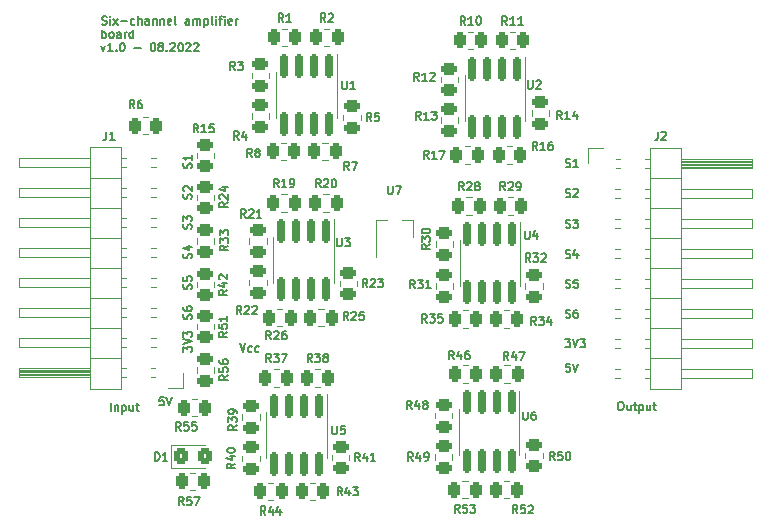
<source format=gto>
G04 #@! TF.GenerationSoftware,KiCad,Pcbnew,(6.0.6)*
G04 #@! TF.CreationDate,2022-08-29T15:29:16+02:00*
G04 #@! TF.ProjectId,amplifier-board-six-channels,616d706c-6966-4696-9572-2d626f617264,rev?*
G04 #@! TF.SameCoordinates,Original*
G04 #@! TF.FileFunction,Legend,Top*
G04 #@! TF.FilePolarity,Positive*
%FSLAX46Y46*%
G04 Gerber Fmt 4.6, Leading zero omitted, Abs format (unit mm)*
G04 Created by KiCad (PCBNEW (6.0.6)) date 2022-08-29 15:29:16*
%MOMM*%
%LPD*%
G01*
G04 APERTURE LIST*
G04 Aperture macros list*
%AMRoundRect*
0 Rectangle with rounded corners*
0 $1 Rounding radius*
0 $2 $3 $4 $5 $6 $7 $8 $9 X,Y pos of 4 corners*
0 Add a 4 corners polygon primitive as box body*
4,1,4,$2,$3,$4,$5,$6,$7,$8,$9,$2,$3,0*
0 Add four circle primitives for the rounded corners*
1,1,$1+$1,$2,$3*
1,1,$1+$1,$4,$5*
1,1,$1+$1,$6,$7*
1,1,$1+$1,$8,$9*
0 Add four rect primitives between the rounded corners*
20,1,$1+$1,$2,$3,$4,$5,0*
20,1,$1+$1,$4,$5,$6,$7,0*
20,1,$1+$1,$6,$7,$8,$9,0*
20,1,$1+$1,$8,$9,$2,$3,0*%
G04 Aperture macros list end*
%ADD10C,0.175000*%
%ADD11C,0.150000*%
%ADD12C,0.120000*%
%ADD13RoundRect,0.250000X-0.262500X-0.450000X0.262500X-0.450000X0.262500X0.450000X-0.262500X0.450000X0*%
%ADD14C,3.200000*%
%ADD15RoundRect,0.150000X-0.150000X0.825000X-0.150000X-0.825000X0.150000X-0.825000X0.150000X0.825000X0*%
%ADD16RoundRect,0.250000X0.450000X-0.262500X0.450000X0.262500X-0.450000X0.262500X-0.450000X-0.262500X0*%
%ADD17RoundRect,0.250000X0.262500X0.450000X-0.262500X0.450000X-0.262500X-0.450000X0.262500X-0.450000X0*%
%ADD18RoundRect,0.250000X-0.450000X0.262500X-0.450000X-0.262500X0.450000X-0.262500X0.450000X0.262500X0*%
%ADD19R,0.800000X1.900000*%
%ADD20R,1.700000X1.700000*%
%ADD21O,1.700000X1.700000*%
%ADD22RoundRect,0.250000X-0.325000X-0.450000X0.325000X-0.450000X0.325000X0.450000X-0.325000X0.450000X0*%
G04 APERTURE END LIST*
D10*
X35408616Y-52081866D02*
X35408616Y-51381866D01*
X35741950Y-51615200D02*
X35741950Y-52081866D01*
X35741950Y-51681866D02*
X35775283Y-51648533D01*
X35841950Y-51615200D01*
X35941950Y-51615200D01*
X36008616Y-51648533D01*
X36041950Y-51715200D01*
X36041950Y-52081866D01*
X36375283Y-51615200D02*
X36375283Y-52315200D01*
X36375283Y-51648533D02*
X36441950Y-51615200D01*
X36575283Y-51615200D01*
X36641950Y-51648533D01*
X36675283Y-51681866D01*
X36708616Y-51748533D01*
X36708616Y-51948533D01*
X36675283Y-52015200D01*
X36641950Y-52048533D01*
X36575283Y-52081866D01*
X36441950Y-52081866D01*
X36375283Y-52048533D01*
X37308616Y-51615200D02*
X37308616Y-52081866D01*
X37008616Y-51615200D02*
X37008616Y-51981866D01*
X37041950Y-52048533D01*
X37108616Y-52081866D01*
X37208616Y-52081866D01*
X37275283Y-52048533D01*
X37308616Y-52015200D01*
X37541950Y-51615200D02*
X37808616Y-51615200D01*
X37641950Y-51381866D02*
X37641950Y-51981866D01*
X37675283Y-52048533D01*
X37741950Y-52081866D01*
X37808616Y-52081866D01*
X73932483Y-36554533D02*
X74032483Y-36587866D01*
X74199150Y-36587866D01*
X74265816Y-36554533D01*
X74299150Y-36521200D01*
X74332483Y-36454533D01*
X74332483Y-36387866D01*
X74299150Y-36321200D01*
X74265816Y-36287866D01*
X74199150Y-36254533D01*
X74065816Y-36221200D01*
X73999150Y-36187866D01*
X73965816Y-36154533D01*
X73932483Y-36087866D01*
X73932483Y-36021200D01*
X73965816Y-35954533D01*
X73999150Y-35921200D01*
X74065816Y-35887866D01*
X74232483Y-35887866D01*
X74332483Y-35921200D01*
X74565816Y-35887866D02*
X74999150Y-35887866D01*
X74765816Y-36154533D01*
X74865816Y-36154533D01*
X74932483Y-36187866D01*
X74965816Y-36221200D01*
X74999150Y-36287866D01*
X74999150Y-36454533D01*
X74965816Y-36521200D01*
X74932483Y-36554533D01*
X74865816Y-36587866D01*
X74665816Y-36587866D01*
X74599150Y-36554533D01*
X74565816Y-36521200D01*
X73932483Y-31423733D02*
X74032483Y-31457066D01*
X74199150Y-31457066D01*
X74265816Y-31423733D01*
X74299150Y-31390400D01*
X74332483Y-31323733D01*
X74332483Y-31257066D01*
X74299150Y-31190400D01*
X74265816Y-31157066D01*
X74199150Y-31123733D01*
X74065816Y-31090400D01*
X73999150Y-31057066D01*
X73965816Y-31023733D01*
X73932483Y-30957066D01*
X73932483Y-30890400D01*
X73965816Y-30823733D01*
X73999150Y-30790400D01*
X74065816Y-30757066D01*
X74232483Y-30757066D01*
X74332483Y-30790400D01*
X74999150Y-31457066D02*
X74599150Y-31457066D01*
X74799150Y-31457066D02*
X74799150Y-30757066D01*
X74732483Y-30857066D01*
X74665816Y-30923733D01*
X74599150Y-30957066D01*
X42244133Y-39173716D02*
X42277466Y-39073716D01*
X42277466Y-38907050D01*
X42244133Y-38840383D01*
X42210800Y-38807050D01*
X42144133Y-38773716D01*
X42077466Y-38773716D01*
X42010800Y-38807050D01*
X41977466Y-38840383D01*
X41944133Y-38907050D01*
X41910800Y-39040383D01*
X41877466Y-39107050D01*
X41844133Y-39140383D01*
X41777466Y-39173716D01*
X41710800Y-39173716D01*
X41644133Y-39140383D01*
X41610800Y-39107050D01*
X41577466Y-39040383D01*
X41577466Y-38873716D01*
X41610800Y-38773716D01*
X41810800Y-38173716D02*
X42277466Y-38173716D01*
X41544133Y-38340383D02*
X42044133Y-38507050D01*
X42044133Y-38073716D01*
X42244133Y-36659116D02*
X42277466Y-36559116D01*
X42277466Y-36392450D01*
X42244133Y-36325783D01*
X42210800Y-36292450D01*
X42144133Y-36259116D01*
X42077466Y-36259116D01*
X42010800Y-36292450D01*
X41977466Y-36325783D01*
X41944133Y-36392450D01*
X41910800Y-36525783D01*
X41877466Y-36592450D01*
X41844133Y-36625783D01*
X41777466Y-36659116D01*
X41710800Y-36659116D01*
X41644133Y-36625783D01*
X41610800Y-36592450D01*
X41577466Y-36525783D01*
X41577466Y-36359116D01*
X41610800Y-36259116D01*
X41577466Y-36025783D02*
X41577466Y-35592450D01*
X41844133Y-35825783D01*
X41844133Y-35725783D01*
X41877466Y-35659116D01*
X41910800Y-35625783D01*
X41977466Y-35592450D01*
X42144133Y-35592450D01*
X42210800Y-35625783D01*
X42244133Y-35659116D01*
X42277466Y-35725783D01*
X42277466Y-35925783D01*
X42244133Y-35992450D01*
X42210800Y-36025783D01*
X73932483Y-39119933D02*
X74032483Y-39153266D01*
X74199150Y-39153266D01*
X74265816Y-39119933D01*
X74299150Y-39086600D01*
X74332483Y-39019933D01*
X74332483Y-38953266D01*
X74299150Y-38886600D01*
X74265816Y-38853266D01*
X74199150Y-38819933D01*
X74065816Y-38786600D01*
X73999150Y-38753266D01*
X73965816Y-38719933D01*
X73932483Y-38653266D01*
X73932483Y-38586600D01*
X73965816Y-38519933D01*
X73999150Y-38486600D01*
X74065816Y-38453266D01*
X74232483Y-38453266D01*
X74332483Y-38486600D01*
X74932483Y-38686600D02*
X74932483Y-39153266D01*
X74765816Y-38419933D02*
X74599150Y-38919933D01*
X75032483Y-38919933D01*
X73932483Y-33938333D02*
X74032483Y-33971666D01*
X74199150Y-33971666D01*
X74265816Y-33938333D01*
X74299150Y-33905000D01*
X74332483Y-33838333D01*
X74332483Y-33771666D01*
X74299150Y-33705000D01*
X74265816Y-33671666D01*
X74199150Y-33638333D01*
X74065816Y-33605000D01*
X73999150Y-33571666D01*
X73965816Y-33538333D01*
X73932483Y-33471666D01*
X73932483Y-33405000D01*
X73965816Y-33338333D01*
X73999150Y-33305000D01*
X74065816Y-33271666D01*
X74232483Y-33271666D01*
X74332483Y-33305000D01*
X74599150Y-33338333D02*
X74632483Y-33305000D01*
X74699150Y-33271666D01*
X74865816Y-33271666D01*
X74932483Y-33305000D01*
X74965816Y-33338333D01*
X74999150Y-33405000D01*
X74999150Y-33471666D01*
X74965816Y-33571666D01*
X74565816Y-33971666D01*
X74999150Y-33971666D01*
X73932483Y-44174533D02*
X74032483Y-44207866D01*
X74199150Y-44207866D01*
X74265816Y-44174533D01*
X74299150Y-44141200D01*
X74332483Y-44074533D01*
X74332483Y-44007866D01*
X74299150Y-43941200D01*
X74265816Y-43907866D01*
X74199150Y-43874533D01*
X74065816Y-43841200D01*
X73999150Y-43807866D01*
X73965816Y-43774533D01*
X73932483Y-43707866D01*
X73932483Y-43641200D01*
X73965816Y-43574533D01*
X73999150Y-43541200D01*
X74065816Y-43507866D01*
X74232483Y-43507866D01*
X74332483Y-43541200D01*
X74932483Y-43507866D02*
X74799150Y-43507866D01*
X74732483Y-43541200D01*
X74699150Y-43574533D01*
X74632483Y-43674533D01*
X74599150Y-43807866D01*
X74599150Y-44074533D01*
X74632483Y-44141200D01*
X74665816Y-44174533D01*
X74732483Y-44207866D01*
X74865816Y-44207866D01*
X74932483Y-44174533D01*
X74965816Y-44141200D01*
X74999150Y-44074533D01*
X74999150Y-43907866D01*
X74965816Y-43841200D01*
X74932483Y-43807866D01*
X74865816Y-43774533D01*
X74732483Y-43774533D01*
X74665816Y-43807866D01*
X74632483Y-43841200D01*
X74599150Y-43907866D01*
X41577466Y-47081050D02*
X41577466Y-46647716D01*
X41844133Y-46881050D01*
X41844133Y-46781050D01*
X41877466Y-46714383D01*
X41910800Y-46681050D01*
X41977466Y-46647716D01*
X42144133Y-46647716D01*
X42210800Y-46681050D01*
X42244133Y-46714383D01*
X42277466Y-46781050D01*
X42277466Y-46981050D01*
X42244133Y-47047716D01*
X42210800Y-47081050D01*
X41577466Y-46447716D02*
X42277466Y-46214383D01*
X41577466Y-45981050D01*
X41577466Y-45814383D02*
X41577466Y-45381050D01*
X41844133Y-45614383D01*
X41844133Y-45514383D01*
X41877466Y-45447716D01*
X41910800Y-45414383D01*
X41977466Y-45381050D01*
X42144133Y-45381050D01*
X42210800Y-45414383D01*
X42244133Y-45447716D01*
X42277466Y-45514383D01*
X42277466Y-45714383D01*
X42244133Y-45781050D01*
X42210800Y-45814383D01*
X74299150Y-48079866D02*
X73965816Y-48079866D01*
X73932483Y-48413200D01*
X73965816Y-48379866D01*
X74032483Y-48346533D01*
X74199150Y-48346533D01*
X74265816Y-48379866D01*
X74299150Y-48413200D01*
X74332483Y-48479866D01*
X74332483Y-48646533D01*
X74299150Y-48713200D01*
X74265816Y-48746533D01*
X74199150Y-48779866D01*
X74032483Y-48779866D01*
X73965816Y-48746533D01*
X73932483Y-48713200D01*
X74532483Y-48079866D02*
X74765816Y-48779866D01*
X74999150Y-48079866D01*
X42244133Y-34119116D02*
X42277466Y-34019116D01*
X42277466Y-33852450D01*
X42244133Y-33785783D01*
X42210800Y-33752450D01*
X42144133Y-33719116D01*
X42077466Y-33719116D01*
X42010800Y-33752450D01*
X41977466Y-33785783D01*
X41944133Y-33852450D01*
X41910800Y-33985783D01*
X41877466Y-34052450D01*
X41844133Y-34085783D01*
X41777466Y-34119116D01*
X41710800Y-34119116D01*
X41644133Y-34085783D01*
X41610800Y-34052450D01*
X41577466Y-33985783D01*
X41577466Y-33819116D01*
X41610800Y-33719116D01*
X41644133Y-33452450D02*
X41610800Y-33419116D01*
X41577466Y-33352450D01*
X41577466Y-33185783D01*
X41610800Y-33119116D01*
X41644133Y-33085783D01*
X41710800Y-33052450D01*
X41777466Y-33052450D01*
X41877466Y-33085783D01*
X42277466Y-33485783D01*
X42277466Y-33052450D01*
X78544150Y-51331066D02*
X78677483Y-51331066D01*
X78744150Y-51364400D01*
X78810816Y-51431066D01*
X78844150Y-51564400D01*
X78844150Y-51797733D01*
X78810816Y-51931066D01*
X78744150Y-51997733D01*
X78677483Y-52031066D01*
X78544150Y-52031066D01*
X78477483Y-51997733D01*
X78410816Y-51931066D01*
X78377483Y-51797733D01*
X78377483Y-51564400D01*
X78410816Y-51431066D01*
X78477483Y-51364400D01*
X78544150Y-51331066D01*
X79444150Y-51564400D02*
X79444150Y-52031066D01*
X79144150Y-51564400D02*
X79144150Y-51931066D01*
X79177483Y-51997733D01*
X79244150Y-52031066D01*
X79344150Y-52031066D01*
X79410816Y-51997733D01*
X79444150Y-51964400D01*
X79677483Y-51564400D02*
X79944150Y-51564400D01*
X79777483Y-51331066D02*
X79777483Y-51931066D01*
X79810816Y-51997733D01*
X79877483Y-52031066D01*
X79944150Y-52031066D01*
X80177483Y-51564400D02*
X80177483Y-52264400D01*
X80177483Y-51597733D02*
X80244150Y-51564400D01*
X80377483Y-51564400D01*
X80444150Y-51597733D01*
X80477483Y-51631066D01*
X80510816Y-51697733D01*
X80510816Y-51897733D01*
X80477483Y-51964400D01*
X80444150Y-51997733D01*
X80377483Y-52031066D01*
X80244150Y-52031066D01*
X80177483Y-51997733D01*
X81110816Y-51564400D02*
X81110816Y-52031066D01*
X80810816Y-51564400D02*
X80810816Y-51931066D01*
X80844150Y-51997733D01*
X80910816Y-52031066D01*
X81010816Y-52031066D01*
X81077483Y-51997733D01*
X81110816Y-51964400D01*
X81344150Y-51564400D02*
X81610816Y-51564400D01*
X81444150Y-51331066D02*
X81444150Y-51931066D01*
X81477483Y-51997733D01*
X81544150Y-52031066D01*
X81610816Y-52031066D01*
X42244133Y-41764516D02*
X42277466Y-41664516D01*
X42277466Y-41497850D01*
X42244133Y-41431183D01*
X42210800Y-41397850D01*
X42144133Y-41364516D01*
X42077466Y-41364516D01*
X42010800Y-41397850D01*
X41977466Y-41431183D01*
X41944133Y-41497850D01*
X41910800Y-41631183D01*
X41877466Y-41697850D01*
X41844133Y-41731183D01*
X41777466Y-41764516D01*
X41710800Y-41764516D01*
X41644133Y-41731183D01*
X41610800Y-41697850D01*
X41577466Y-41631183D01*
X41577466Y-41464516D01*
X41610800Y-41364516D01*
X41577466Y-40731183D02*
X41577466Y-41064516D01*
X41910800Y-41097850D01*
X41877466Y-41064516D01*
X41844133Y-40997850D01*
X41844133Y-40831183D01*
X41877466Y-40764516D01*
X41910800Y-40731183D01*
X41977466Y-40697850D01*
X42144133Y-40697850D01*
X42210800Y-40731183D01*
X42244133Y-40764516D01*
X42277466Y-40831183D01*
X42277466Y-40997850D01*
X42244133Y-41064516D01*
X42210800Y-41097850D01*
X34664083Y-19349333D02*
X34764083Y-19382666D01*
X34930750Y-19382666D01*
X34997416Y-19349333D01*
X35030750Y-19316000D01*
X35064083Y-19249333D01*
X35064083Y-19182666D01*
X35030750Y-19116000D01*
X34997416Y-19082666D01*
X34930750Y-19049333D01*
X34797416Y-19016000D01*
X34730750Y-18982666D01*
X34697416Y-18949333D01*
X34664083Y-18882666D01*
X34664083Y-18816000D01*
X34697416Y-18749333D01*
X34730750Y-18716000D01*
X34797416Y-18682666D01*
X34964083Y-18682666D01*
X35064083Y-18716000D01*
X35364083Y-19382666D02*
X35364083Y-18916000D01*
X35364083Y-18682666D02*
X35330750Y-18716000D01*
X35364083Y-18749333D01*
X35397416Y-18716000D01*
X35364083Y-18682666D01*
X35364083Y-18749333D01*
X35630750Y-19382666D02*
X35997416Y-18916000D01*
X35630750Y-18916000D02*
X35997416Y-19382666D01*
X36264083Y-19116000D02*
X36797416Y-19116000D01*
X37430750Y-19349333D02*
X37364083Y-19382666D01*
X37230750Y-19382666D01*
X37164083Y-19349333D01*
X37130750Y-19316000D01*
X37097416Y-19249333D01*
X37097416Y-19049333D01*
X37130750Y-18982666D01*
X37164083Y-18949333D01*
X37230750Y-18916000D01*
X37364083Y-18916000D01*
X37430750Y-18949333D01*
X37730750Y-19382666D02*
X37730750Y-18682666D01*
X38030750Y-19382666D02*
X38030750Y-19016000D01*
X37997416Y-18949333D01*
X37930750Y-18916000D01*
X37830750Y-18916000D01*
X37764083Y-18949333D01*
X37730750Y-18982666D01*
X38664083Y-19382666D02*
X38664083Y-19016000D01*
X38630750Y-18949333D01*
X38564083Y-18916000D01*
X38430750Y-18916000D01*
X38364083Y-18949333D01*
X38664083Y-19349333D02*
X38597416Y-19382666D01*
X38430750Y-19382666D01*
X38364083Y-19349333D01*
X38330750Y-19282666D01*
X38330750Y-19216000D01*
X38364083Y-19149333D01*
X38430750Y-19116000D01*
X38597416Y-19116000D01*
X38664083Y-19082666D01*
X38997416Y-18916000D02*
X38997416Y-19382666D01*
X38997416Y-18982666D02*
X39030750Y-18949333D01*
X39097416Y-18916000D01*
X39197416Y-18916000D01*
X39264083Y-18949333D01*
X39297416Y-19016000D01*
X39297416Y-19382666D01*
X39630750Y-18916000D02*
X39630750Y-19382666D01*
X39630750Y-18982666D02*
X39664083Y-18949333D01*
X39730750Y-18916000D01*
X39830750Y-18916000D01*
X39897416Y-18949333D01*
X39930750Y-19016000D01*
X39930750Y-19382666D01*
X40530750Y-19349333D02*
X40464083Y-19382666D01*
X40330750Y-19382666D01*
X40264083Y-19349333D01*
X40230750Y-19282666D01*
X40230750Y-19016000D01*
X40264083Y-18949333D01*
X40330750Y-18916000D01*
X40464083Y-18916000D01*
X40530750Y-18949333D01*
X40564083Y-19016000D01*
X40564083Y-19082666D01*
X40230750Y-19149333D01*
X40964083Y-19382666D02*
X40897416Y-19349333D01*
X40864083Y-19282666D01*
X40864083Y-18682666D01*
X42064083Y-19382666D02*
X42064083Y-19016000D01*
X42030750Y-18949333D01*
X41964083Y-18916000D01*
X41830750Y-18916000D01*
X41764083Y-18949333D01*
X42064083Y-19349333D02*
X41997416Y-19382666D01*
X41830750Y-19382666D01*
X41764083Y-19349333D01*
X41730750Y-19282666D01*
X41730750Y-19216000D01*
X41764083Y-19149333D01*
X41830750Y-19116000D01*
X41997416Y-19116000D01*
X42064083Y-19082666D01*
X42397416Y-19382666D02*
X42397416Y-18916000D01*
X42397416Y-18982666D02*
X42430750Y-18949333D01*
X42497416Y-18916000D01*
X42597416Y-18916000D01*
X42664083Y-18949333D01*
X42697416Y-19016000D01*
X42697416Y-19382666D01*
X42697416Y-19016000D02*
X42730750Y-18949333D01*
X42797416Y-18916000D01*
X42897416Y-18916000D01*
X42964083Y-18949333D01*
X42997416Y-19016000D01*
X42997416Y-19382666D01*
X43330750Y-18916000D02*
X43330750Y-19616000D01*
X43330750Y-18949333D02*
X43397416Y-18916000D01*
X43530750Y-18916000D01*
X43597416Y-18949333D01*
X43630750Y-18982666D01*
X43664083Y-19049333D01*
X43664083Y-19249333D01*
X43630750Y-19316000D01*
X43597416Y-19349333D01*
X43530750Y-19382666D01*
X43397416Y-19382666D01*
X43330750Y-19349333D01*
X44064083Y-19382666D02*
X43997416Y-19349333D01*
X43964083Y-19282666D01*
X43964083Y-18682666D01*
X44330750Y-19382666D02*
X44330750Y-18916000D01*
X44330750Y-18682666D02*
X44297416Y-18716000D01*
X44330750Y-18749333D01*
X44364083Y-18716000D01*
X44330750Y-18682666D01*
X44330750Y-18749333D01*
X44564083Y-18916000D02*
X44830750Y-18916000D01*
X44664083Y-19382666D02*
X44664083Y-18782666D01*
X44697416Y-18716000D01*
X44764083Y-18682666D01*
X44830750Y-18682666D01*
X45064083Y-19382666D02*
X45064083Y-18916000D01*
X45064083Y-18682666D02*
X45030750Y-18716000D01*
X45064083Y-18749333D01*
X45097416Y-18716000D01*
X45064083Y-18682666D01*
X45064083Y-18749333D01*
X45664083Y-19349333D02*
X45597416Y-19382666D01*
X45464083Y-19382666D01*
X45397416Y-19349333D01*
X45364083Y-19282666D01*
X45364083Y-19016000D01*
X45397416Y-18949333D01*
X45464083Y-18916000D01*
X45597416Y-18916000D01*
X45664083Y-18949333D01*
X45697416Y-19016000D01*
X45697416Y-19082666D01*
X45364083Y-19149333D01*
X45997416Y-19382666D02*
X45997416Y-18916000D01*
X45997416Y-19049333D02*
X46030750Y-18982666D01*
X46064083Y-18949333D01*
X46130750Y-18916000D01*
X46197416Y-18916000D01*
X34697416Y-20509666D02*
X34697416Y-19809666D01*
X34697416Y-20076333D02*
X34764083Y-20043000D01*
X34897416Y-20043000D01*
X34964083Y-20076333D01*
X34997416Y-20109666D01*
X35030750Y-20176333D01*
X35030750Y-20376333D01*
X34997416Y-20443000D01*
X34964083Y-20476333D01*
X34897416Y-20509666D01*
X34764083Y-20509666D01*
X34697416Y-20476333D01*
X35430750Y-20509666D02*
X35364083Y-20476333D01*
X35330750Y-20443000D01*
X35297416Y-20376333D01*
X35297416Y-20176333D01*
X35330750Y-20109666D01*
X35364083Y-20076333D01*
X35430750Y-20043000D01*
X35530750Y-20043000D01*
X35597416Y-20076333D01*
X35630750Y-20109666D01*
X35664083Y-20176333D01*
X35664083Y-20376333D01*
X35630750Y-20443000D01*
X35597416Y-20476333D01*
X35530750Y-20509666D01*
X35430750Y-20509666D01*
X36264083Y-20509666D02*
X36264083Y-20143000D01*
X36230750Y-20076333D01*
X36164083Y-20043000D01*
X36030750Y-20043000D01*
X35964083Y-20076333D01*
X36264083Y-20476333D02*
X36197416Y-20509666D01*
X36030750Y-20509666D01*
X35964083Y-20476333D01*
X35930750Y-20409666D01*
X35930750Y-20343000D01*
X35964083Y-20276333D01*
X36030750Y-20243000D01*
X36197416Y-20243000D01*
X36264083Y-20209666D01*
X36597416Y-20509666D02*
X36597416Y-20043000D01*
X36597416Y-20176333D02*
X36630750Y-20109666D01*
X36664083Y-20076333D01*
X36730750Y-20043000D01*
X36797416Y-20043000D01*
X37330750Y-20509666D02*
X37330750Y-19809666D01*
X37330750Y-20476333D02*
X37264083Y-20509666D01*
X37130750Y-20509666D01*
X37064083Y-20476333D01*
X37030750Y-20443000D01*
X36997416Y-20376333D01*
X36997416Y-20176333D01*
X37030750Y-20109666D01*
X37064083Y-20076333D01*
X37130750Y-20043000D01*
X37264083Y-20043000D01*
X37330750Y-20076333D01*
X34630750Y-21170000D02*
X34797416Y-21636666D01*
X34964083Y-21170000D01*
X35597416Y-21636666D02*
X35197416Y-21636666D01*
X35397416Y-21636666D02*
X35397416Y-20936666D01*
X35330750Y-21036666D01*
X35264083Y-21103333D01*
X35197416Y-21136666D01*
X35897416Y-21570000D02*
X35930750Y-21603333D01*
X35897416Y-21636666D01*
X35864083Y-21603333D01*
X35897416Y-21570000D01*
X35897416Y-21636666D01*
X36364083Y-20936666D02*
X36430750Y-20936666D01*
X36497416Y-20970000D01*
X36530750Y-21003333D01*
X36564083Y-21070000D01*
X36597416Y-21203333D01*
X36597416Y-21370000D01*
X36564083Y-21503333D01*
X36530750Y-21570000D01*
X36497416Y-21603333D01*
X36430750Y-21636666D01*
X36364083Y-21636666D01*
X36297416Y-21603333D01*
X36264083Y-21570000D01*
X36230750Y-21503333D01*
X36197416Y-21370000D01*
X36197416Y-21203333D01*
X36230750Y-21070000D01*
X36264083Y-21003333D01*
X36297416Y-20970000D01*
X36364083Y-20936666D01*
X37430750Y-21370000D02*
X37964083Y-21370000D01*
X38964083Y-20936666D02*
X39030750Y-20936666D01*
X39097416Y-20970000D01*
X39130750Y-21003333D01*
X39164083Y-21070000D01*
X39197416Y-21203333D01*
X39197416Y-21370000D01*
X39164083Y-21503333D01*
X39130750Y-21570000D01*
X39097416Y-21603333D01*
X39030750Y-21636666D01*
X38964083Y-21636666D01*
X38897416Y-21603333D01*
X38864083Y-21570000D01*
X38830750Y-21503333D01*
X38797416Y-21370000D01*
X38797416Y-21203333D01*
X38830750Y-21070000D01*
X38864083Y-21003333D01*
X38897416Y-20970000D01*
X38964083Y-20936666D01*
X39597416Y-21236666D02*
X39530750Y-21203333D01*
X39497416Y-21170000D01*
X39464083Y-21103333D01*
X39464083Y-21070000D01*
X39497416Y-21003333D01*
X39530750Y-20970000D01*
X39597416Y-20936666D01*
X39730750Y-20936666D01*
X39797416Y-20970000D01*
X39830750Y-21003333D01*
X39864083Y-21070000D01*
X39864083Y-21103333D01*
X39830750Y-21170000D01*
X39797416Y-21203333D01*
X39730750Y-21236666D01*
X39597416Y-21236666D01*
X39530750Y-21270000D01*
X39497416Y-21303333D01*
X39464083Y-21370000D01*
X39464083Y-21503333D01*
X39497416Y-21570000D01*
X39530750Y-21603333D01*
X39597416Y-21636666D01*
X39730750Y-21636666D01*
X39797416Y-21603333D01*
X39830750Y-21570000D01*
X39864083Y-21503333D01*
X39864083Y-21370000D01*
X39830750Y-21303333D01*
X39797416Y-21270000D01*
X39730750Y-21236666D01*
X40164083Y-21570000D02*
X40197416Y-21603333D01*
X40164083Y-21636666D01*
X40130750Y-21603333D01*
X40164083Y-21570000D01*
X40164083Y-21636666D01*
X40464083Y-21003333D02*
X40497416Y-20970000D01*
X40564083Y-20936666D01*
X40730750Y-20936666D01*
X40797416Y-20970000D01*
X40830750Y-21003333D01*
X40864083Y-21070000D01*
X40864083Y-21136666D01*
X40830750Y-21236666D01*
X40430750Y-21636666D01*
X40864083Y-21636666D01*
X41297416Y-20936666D02*
X41364083Y-20936666D01*
X41430750Y-20970000D01*
X41464083Y-21003333D01*
X41497416Y-21070000D01*
X41530750Y-21203333D01*
X41530750Y-21370000D01*
X41497416Y-21503333D01*
X41464083Y-21570000D01*
X41430750Y-21603333D01*
X41364083Y-21636666D01*
X41297416Y-21636666D01*
X41230750Y-21603333D01*
X41197416Y-21570000D01*
X41164083Y-21503333D01*
X41130750Y-21370000D01*
X41130750Y-21203333D01*
X41164083Y-21070000D01*
X41197416Y-21003333D01*
X41230750Y-20970000D01*
X41297416Y-20936666D01*
X41797416Y-21003333D02*
X41830750Y-20970000D01*
X41897416Y-20936666D01*
X42064083Y-20936666D01*
X42130750Y-20970000D01*
X42164083Y-21003333D01*
X42197416Y-21070000D01*
X42197416Y-21136666D01*
X42164083Y-21236666D01*
X41764083Y-21636666D01*
X42197416Y-21636666D01*
X42464083Y-21003333D02*
X42497416Y-20970000D01*
X42564083Y-20936666D01*
X42730750Y-20936666D01*
X42797416Y-20970000D01*
X42830750Y-21003333D01*
X42864083Y-21070000D01*
X42864083Y-21136666D01*
X42830750Y-21236666D01*
X42430750Y-21636666D01*
X42864083Y-21636666D01*
X39907550Y-50924666D02*
X39574216Y-50924666D01*
X39540883Y-51258000D01*
X39574216Y-51224666D01*
X39640883Y-51191333D01*
X39807550Y-51191333D01*
X39874216Y-51224666D01*
X39907550Y-51258000D01*
X39940883Y-51324666D01*
X39940883Y-51491333D01*
X39907550Y-51558000D01*
X39874216Y-51591333D01*
X39807550Y-51624666D01*
X39640883Y-51624666D01*
X39574216Y-51591333D01*
X39540883Y-51558000D01*
X40140883Y-50924666D02*
X40374216Y-51624666D01*
X40607550Y-50924666D01*
X42244133Y-31528316D02*
X42277466Y-31428316D01*
X42277466Y-31261650D01*
X42244133Y-31194983D01*
X42210800Y-31161650D01*
X42144133Y-31128316D01*
X42077466Y-31128316D01*
X42010800Y-31161650D01*
X41977466Y-31194983D01*
X41944133Y-31261650D01*
X41910800Y-31394983D01*
X41877466Y-31461650D01*
X41844133Y-31494983D01*
X41777466Y-31528316D01*
X41710800Y-31528316D01*
X41644133Y-31494983D01*
X41610800Y-31461650D01*
X41577466Y-31394983D01*
X41577466Y-31228316D01*
X41610800Y-31128316D01*
X42277466Y-30461650D02*
X42277466Y-30861650D01*
X42277466Y-30661650D02*
X41577466Y-30661650D01*
X41677466Y-30728316D01*
X41744133Y-30794983D01*
X41777466Y-30861650D01*
X42244133Y-44304516D02*
X42277466Y-44204516D01*
X42277466Y-44037850D01*
X42244133Y-43971183D01*
X42210800Y-43937850D01*
X42144133Y-43904516D01*
X42077466Y-43904516D01*
X42010800Y-43937850D01*
X41977466Y-43971183D01*
X41944133Y-44037850D01*
X41910800Y-44171183D01*
X41877466Y-44237850D01*
X41844133Y-44271183D01*
X41777466Y-44304516D01*
X41710800Y-44304516D01*
X41644133Y-44271183D01*
X41610800Y-44237850D01*
X41577466Y-44171183D01*
X41577466Y-44004516D01*
X41610800Y-43904516D01*
X41577466Y-43304516D02*
X41577466Y-43437850D01*
X41610800Y-43504516D01*
X41644133Y-43537850D01*
X41744133Y-43604516D01*
X41877466Y-43637850D01*
X42144133Y-43637850D01*
X42210800Y-43604516D01*
X42244133Y-43571183D01*
X42277466Y-43504516D01*
X42277466Y-43371183D01*
X42244133Y-43304516D01*
X42210800Y-43271183D01*
X42144133Y-43237850D01*
X41977466Y-43237850D01*
X41910800Y-43271183D01*
X41877466Y-43304516D01*
X41844133Y-43371183D01*
X41844133Y-43504516D01*
X41877466Y-43571183D01*
X41910800Y-43604516D01*
X41977466Y-43637850D01*
X46357616Y-46378066D02*
X46590950Y-47078066D01*
X46824283Y-46378066D01*
X47357616Y-47044733D02*
X47290950Y-47078066D01*
X47157616Y-47078066D01*
X47090950Y-47044733D01*
X47057616Y-47011400D01*
X47024283Y-46944733D01*
X47024283Y-46744733D01*
X47057616Y-46678066D01*
X47090950Y-46644733D01*
X47157616Y-46611400D01*
X47290950Y-46611400D01*
X47357616Y-46644733D01*
X47957616Y-47044733D02*
X47890950Y-47078066D01*
X47757616Y-47078066D01*
X47690950Y-47044733D01*
X47657616Y-47011400D01*
X47624283Y-46944733D01*
X47624283Y-46744733D01*
X47657616Y-46678066D01*
X47690950Y-46644733D01*
X47757616Y-46611400D01*
X47890950Y-46611400D01*
X47957616Y-46644733D01*
X73932483Y-41634533D02*
X74032483Y-41667866D01*
X74199150Y-41667866D01*
X74265816Y-41634533D01*
X74299150Y-41601200D01*
X74332483Y-41534533D01*
X74332483Y-41467866D01*
X74299150Y-41401200D01*
X74265816Y-41367866D01*
X74199150Y-41334533D01*
X74065816Y-41301200D01*
X73999150Y-41267866D01*
X73965816Y-41234533D01*
X73932483Y-41167866D01*
X73932483Y-41101200D01*
X73965816Y-41034533D01*
X73999150Y-41001200D01*
X74065816Y-40967866D01*
X74232483Y-40967866D01*
X74332483Y-41001200D01*
X74965816Y-40967866D02*
X74632483Y-40967866D01*
X74599150Y-41301200D01*
X74632483Y-41267866D01*
X74699150Y-41234533D01*
X74865816Y-41234533D01*
X74932483Y-41267866D01*
X74965816Y-41301200D01*
X74999150Y-41367866D01*
X74999150Y-41534533D01*
X74965816Y-41601200D01*
X74932483Y-41634533D01*
X74865816Y-41667866D01*
X74699150Y-41667866D01*
X74632483Y-41634533D01*
X74599150Y-41601200D01*
X73899150Y-46022466D02*
X74332483Y-46022466D01*
X74099150Y-46289133D01*
X74199150Y-46289133D01*
X74265816Y-46322466D01*
X74299150Y-46355800D01*
X74332483Y-46422466D01*
X74332483Y-46589133D01*
X74299150Y-46655800D01*
X74265816Y-46689133D01*
X74199150Y-46722466D01*
X73999150Y-46722466D01*
X73932483Y-46689133D01*
X73899150Y-46655800D01*
X74532483Y-46022466D02*
X74765816Y-46722466D01*
X74999150Y-46022466D01*
X75165816Y-46022466D02*
X75599150Y-46022466D01*
X75365816Y-46289133D01*
X75465816Y-46289133D01*
X75532483Y-46322466D01*
X75565816Y-46355800D01*
X75599150Y-46422466D01*
X75599150Y-46589133D01*
X75565816Y-46655800D01*
X75532483Y-46689133D01*
X75465816Y-46722466D01*
X75265816Y-46722466D01*
X75199150Y-46689133D01*
X75165816Y-46655800D01*
D11*
X41612400Y-60057466D02*
X41379066Y-59724133D01*
X41212400Y-60057466D02*
X41212400Y-59357466D01*
X41479066Y-59357466D01*
X41545733Y-59390800D01*
X41579066Y-59424133D01*
X41612400Y-59490800D01*
X41612400Y-59590800D01*
X41579066Y-59657466D01*
X41545733Y-59690800D01*
X41479066Y-59724133D01*
X41212400Y-59724133D01*
X42245733Y-59357466D02*
X41912400Y-59357466D01*
X41879066Y-59690800D01*
X41912400Y-59657466D01*
X41979066Y-59624133D01*
X42145733Y-59624133D01*
X42212400Y-59657466D01*
X42245733Y-59690800D01*
X42279066Y-59757466D01*
X42279066Y-59924133D01*
X42245733Y-59990800D01*
X42212400Y-60024133D01*
X42145733Y-60057466D01*
X41979066Y-60057466D01*
X41912400Y-60024133D01*
X41879066Y-59990800D01*
X42512400Y-59357466D02*
X42979066Y-59357466D01*
X42679066Y-60057466D01*
X69095200Y-47763866D02*
X68861866Y-47430533D01*
X68695200Y-47763866D02*
X68695200Y-47063866D01*
X68961866Y-47063866D01*
X69028533Y-47097200D01*
X69061866Y-47130533D01*
X69095200Y-47197200D01*
X69095200Y-47297200D01*
X69061866Y-47363866D01*
X69028533Y-47397200D01*
X68961866Y-47430533D01*
X68695200Y-47430533D01*
X69695200Y-47297200D02*
X69695200Y-47763866D01*
X69528533Y-47030533D02*
X69361866Y-47530533D01*
X69795200Y-47530533D01*
X69995200Y-47063866D02*
X70461866Y-47063866D01*
X70161866Y-47763866D01*
X54178266Y-53363066D02*
X54178266Y-53929733D01*
X54211600Y-53996400D01*
X54244933Y-54029733D01*
X54311600Y-54063066D01*
X54444933Y-54063066D01*
X54511600Y-54029733D01*
X54544933Y-53996400D01*
X54578266Y-53929733D01*
X54578266Y-53363066D01*
X55244933Y-53363066D02*
X54911600Y-53363066D01*
X54878266Y-53696400D01*
X54911600Y-53663066D01*
X54978266Y-53629733D01*
X55144933Y-53629733D01*
X55211600Y-53663066D01*
X55244933Y-53696400D01*
X55278266Y-53763066D01*
X55278266Y-53929733D01*
X55244933Y-53996400D01*
X55211600Y-54029733D01*
X55144933Y-54063066D01*
X54978266Y-54063066D01*
X54911600Y-54029733D01*
X54878266Y-53996400D01*
X45325466Y-49065600D02*
X44992133Y-49298933D01*
X45325466Y-49465600D02*
X44625466Y-49465600D01*
X44625466Y-49198933D01*
X44658800Y-49132266D01*
X44692133Y-49098933D01*
X44758800Y-49065600D01*
X44858800Y-49065600D01*
X44925466Y-49098933D01*
X44958800Y-49132266D01*
X44992133Y-49198933D01*
X44992133Y-49465600D01*
X44625466Y-48432266D02*
X44625466Y-48765600D01*
X44958800Y-48798933D01*
X44925466Y-48765600D01*
X44892133Y-48698933D01*
X44892133Y-48532266D01*
X44925466Y-48465600D01*
X44958800Y-48432266D01*
X45025466Y-48398933D01*
X45192133Y-48398933D01*
X45258800Y-48432266D01*
X45292133Y-48465600D01*
X45325466Y-48532266D01*
X45325466Y-48698933D01*
X45292133Y-48765600D01*
X45258800Y-48798933D01*
X44625466Y-47798933D02*
X44625466Y-47932266D01*
X44658800Y-47998933D01*
X44692133Y-48032266D01*
X44792133Y-48098933D01*
X44925466Y-48132266D01*
X45192133Y-48132266D01*
X45258800Y-48098933D01*
X45292133Y-48065600D01*
X45325466Y-47998933D01*
X45325466Y-47865600D01*
X45292133Y-47798933D01*
X45258800Y-47765600D01*
X45192133Y-47732266D01*
X45025466Y-47732266D01*
X44958800Y-47765600D01*
X44925466Y-47798933D01*
X44892133Y-47865600D01*
X44892133Y-47998933D01*
X44925466Y-48065600D01*
X44958800Y-48098933D01*
X45025466Y-48132266D01*
X61170400Y-41718666D02*
X60937066Y-41385333D01*
X60770400Y-41718666D02*
X60770400Y-41018666D01*
X61037066Y-41018666D01*
X61103733Y-41052000D01*
X61137066Y-41085333D01*
X61170400Y-41152000D01*
X61170400Y-41252000D01*
X61137066Y-41318666D01*
X61103733Y-41352000D01*
X61037066Y-41385333D01*
X60770400Y-41385333D01*
X61403733Y-41018666D02*
X61837066Y-41018666D01*
X61603733Y-41285333D01*
X61703733Y-41285333D01*
X61770400Y-41318666D01*
X61803733Y-41352000D01*
X61837066Y-41418666D01*
X61837066Y-41585333D01*
X61803733Y-41652000D01*
X61770400Y-41685333D01*
X61703733Y-41718666D01*
X61503733Y-41718666D01*
X61437066Y-41685333D01*
X61403733Y-41652000D01*
X62503733Y-41718666D02*
X62103733Y-41718666D01*
X62303733Y-41718666D02*
X62303733Y-41018666D01*
X62237066Y-41118666D01*
X62170400Y-41185333D01*
X62103733Y-41218666D01*
X64959400Y-60718066D02*
X64726066Y-60384733D01*
X64559400Y-60718066D02*
X64559400Y-60018066D01*
X64826066Y-60018066D01*
X64892733Y-60051400D01*
X64926066Y-60084733D01*
X64959400Y-60151400D01*
X64959400Y-60251400D01*
X64926066Y-60318066D01*
X64892733Y-60351400D01*
X64826066Y-60384733D01*
X64559400Y-60384733D01*
X65592733Y-60018066D02*
X65259400Y-60018066D01*
X65226066Y-60351400D01*
X65259400Y-60318066D01*
X65326066Y-60284733D01*
X65492733Y-60284733D01*
X65559400Y-60318066D01*
X65592733Y-60351400D01*
X65626066Y-60418066D01*
X65626066Y-60584733D01*
X65592733Y-60651400D01*
X65559400Y-60684733D01*
X65492733Y-60718066D01*
X65326066Y-60718066D01*
X65259400Y-60684733D01*
X65226066Y-60651400D01*
X65859400Y-60018066D02*
X66292733Y-60018066D01*
X66059400Y-60284733D01*
X66159400Y-60284733D01*
X66226066Y-60318066D01*
X66259400Y-60351400D01*
X66292733Y-60418066D01*
X66292733Y-60584733D01*
X66259400Y-60651400D01*
X66226066Y-60684733D01*
X66159400Y-60718066D01*
X65959400Y-60718066D01*
X65892733Y-60684733D01*
X65859400Y-60651400D01*
X45948266Y-56548400D02*
X45614933Y-56781733D01*
X45948266Y-56948400D02*
X45248266Y-56948400D01*
X45248266Y-56681733D01*
X45281600Y-56615066D01*
X45314933Y-56581733D01*
X45381600Y-56548400D01*
X45481600Y-56548400D01*
X45548266Y-56581733D01*
X45581600Y-56615066D01*
X45614933Y-56681733D01*
X45614933Y-56948400D01*
X45481600Y-55948400D02*
X45948266Y-55948400D01*
X45214933Y-56115066D02*
X45714933Y-56281733D01*
X45714933Y-55848400D01*
X45248266Y-55448400D02*
X45248266Y-55381733D01*
X45281600Y-55315066D01*
X45314933Y-55281733D01*
X45381600Y-55248400D01*
X45514933Y-55215066D01*
X45681600Y-55215066D01*
X45814933Y-55248400D01*
X45881600Y-55281733D01*
X45914933Y-55315066D01*
X45948266Y-55381733D01*
X45948266Y-55448400D01*
X45914933Y-55515066D01*
X45881600Y-55548400D01*
X45814933Y-55581733D01*
X45681600Y-55615066D01*
X45514933Y-55615066D01*
X45381600Y-55581733D01*
X45314933Y-55548400D01*
X45281600Y-55515066D01*
X45248266Y-55448400D01*
X42831600Y-28510666D02*
X42598266Y-28177333D01*
X42431600Y-28510666D02*
X42431600Y-27810666D01*
X42698266Y-27810666D01*
X42764933Y-27844000D01*
X42798266Y-27877333D01*
X42831600Y-27944000D01*
X42831600Y-28044000D01*
X42798266Y-28110666D01*
X42764933Y-28144000D01*
X42698266Y-28177333D01*
X42431600Y-28177333D01*
X43498266Y-28510666D02*
X43098266Y-28510666D01*
X43298266Y-28510666D02*
X43298266Y-27810666D01*
X43231600Y-27910666D01*
X43164933Y-27977333D01*
X43098266Y-28010666D01*
X44131600Y-27810666D02*
X43798266Y-27810666D01*
X43764933Y-28144000D01*
X43798266Y-28110666D01*
X43864933Y-28077333D01*
X44031600Y-28077333D01*
X44098266Y-28110666D01*
X44131600Y-28144000D01*
X44164933Y-28210666D01*
X44164933Y-28377333D01*
X44131600Y-28444000D01*
X44098266Y-28477333D01*
X44031600Y-28510666D01*
X43864933Y-28510666D01*
X43798266Y-28477333D01*
X43764933Y-28444000D01*
X37424533Y-26478666D02*
X37191200Y-26145333D01*
X37024533Y-26478666D02*
X37024533Y-25778666D01*
X37291200Y-25778666D01*
X37357866Y-25812000D01*
X37391200Y-25845333D01*
X37424533Y-25912000D01*
X37424533Y-26012000D01*
X37391200Y-26078666D01*
X37357866Y-26112000D01*
X37291200Y-26145333D01*
X37024533Y-26145333D01*
X38024533Y-25778666D02*
X37891200Y-25778666D01*
X37824533Y-25812000D01*
X37791200Y-25845333D01*
X37724533Y-25945333D01*
X37691200Y-26078666D01*
X37691200Y-26345333D01*
X37724533Y-26412000D01*
X37757866Y-26445333D01*
X37824533Y-26478666D01*
X37957866Y-26478666D01*
X38024533Y-26445333D01*
X38057866Y-26412000D01*
X38091200Y-26345333D01*
X38091200Y-26178666D01*
X38057866Y-26112000D01*
X38024533Y-26078666D01*
X37957866Y-26045333D01*
X37824533Y-26045333D01*
X37757866Y-26078666D01*
X37724533Y-26112000D01*
X37691200Y-26178666D01*
X64472400Y-47713066D02*
X64239066Y-47379733D01*
X64072400Y-47713066D02*
X64072400Y-47013066D01*
X64339066Y-47013066D01*
X64405733Y-47046400D01*
X64439066Y-47079733D01*
X64472400Y-47146400D01*
X64472400Y-47246400D01*
X64439066Y-47313066D01*
X64405733Y-47346400D01*
X64339066Y-47379733D01*
X64072400Y-47379733D01*
X65072400Y-47246400D02*
X65072400Y-47713066D01*
X64905733Y-46979733D02*
X64739066Y-47479733D01*
X65172400Y-47479733D01*
X65739066Y-47013066D02*
X65605733Y-47013066D01*
X65539066Y-47046400D01*
X65505733Y-47079733D01*
X65439066Y-47179733D01*
X65405733Y-47313066D01*
X65405733Y-47579733D01*
X65439066Y-47646400D01*
X65472400Y-47679733D01*
X65539066Y-47713066D01*
X65672400Y-47713066D01*
X65739066Y-47679733D01*
X65772400Y-47646400D01*
X65805733Y-47579733D01*
X65805733Y-47413066D01*
X65772400Y-47346400D01*
X65739066Y-47313066D01*
X65672400Y-47279733D01*
X65539066Y-47279733D01*
X65472400Y-47313066D01*
X65439066Y-47346400D01*
X65405733Y-47413066D01*
X46844800Y-35724266D02*
X46611466Y-35390933D01*
X46444800Y-35724266D02*
X46444800Y-35024266D01*
X46711466Y-35024266D01*
X46778133Y-35057600D01*
X46811466Y-35090933D01*
X46844800Y-35157600D01*
X46844800Y-35257600D01*
X46811466Y-35324266D01*
X46778133Y-35357600D01*
X46711466Y-35390933D01*
X46444800Y-35390933D01*
X47111466Y-35090933D02*
X47144800Y-35057600D01*
X47211466Y-35024266D01*
X47378133Y-35024266D01*
X47444800Y-35057600D01*
X47478133Y-35090933D01*
X47511466Y-35157600D01*
X47511466Y-35224266D01*
X47478133Y-35324266D01*
X47078133Y-35724266D01*
X47511466Y-35724266D01*
X48178133Y-35724266D02*
X47778133Y-35724266D01*
X47978133Y-35724266D02*
X47978133Y-35024266D01*
X47911466Y-35124266D01*
X47844800Y-35190933D01*
X47778133Y-35224266D01*
X62186400Y-44614266D02*
X61953066Y-44280933D01*
X61786400Y-44614266D02*
X61786400Y-43914266D01*
X62053066Y-43914266D01*
X62119733Y-43947600D01*
X62153066Y-43980933D01*
X62186400Y-44047600D01*
X62186400Y-44147600D01*
X62153066Y-44214266D01*
X62119733Y-44247600D01*
X62053066Y-44280933D01*
X61786400Y-44280933D01*
X62419733Y-43914266D02*
X62853066Y-43914266D01*
X62619733Y-44180933D01*
X62719733Y-44180933D01*
X62786400Y-44214266D01*
X62819733Y-44247600D01*
X62853066Y-44314266D01*
X62853066Y-44480933D01*
X62819733Y-44547600D01*
X62786400Y-44580933D01*
X62719733Y-44614266D01*
X62519733Y-44614266D01*
X62453066Y-44580933D01*
X62419733Y-44547600D01*
X63486400Y-43914266D02*
X63153066Y-43914266D01*
X63119733Y-44247600D01*
X63153066Y-44214266D01*
X63219733Y-44180933D01*
X63386400Y-44180933D01*
X63453066Y-44214266D01*
X63486400Y-44247600D01*
X63519733Y-44314266D01*
X63519733Y-44480933D01*
X63486400Y-44547600D01*
X63453066Y-44580933D01*
X63386400Y-44614266D01*
X63219733Y-44614266D01*
X63153066Y-44580933D01*
X63119733Y-44547600D01*
X49631600Y-33165066D02*
X49398266Y-32831733D01*
X49231600Y-33165066D02*
X49231600Y-32465066D01*
X49498266Y-32465066D01*
X49564933Y-32498400D01*
X49598266Y-32531733D01*
X49631600Y-32598400D01*
X49631600Y-32698400D01*
X49598266Y-32765066D01*
X49564933Y-32798400D01*
X49498266Y-32831733D01*
X49231600Y-32831733D01*
X50298266Y-33165066D02*
X49898266Y-33165066D01*
X50098266Y-33165066D02*
X50098266Y-32465066D01*
X50031600Y-32565066D01*
X49964933Y-32631733D01*
X49898266Y-32665066D01*
X50631600Y-33165066D02*
X50764933Y-33165066D01*
X50831600Y-33131733D01*
X50864933Y-33098400D01*
X50931600Y-32998400D01*
X50964933Y-32865066D01*
X50964933Y-32598400D01*
X50931600Y-32531733D01*
X50898266Y-32498400D01*
X50831600Y-32465066D01*
X50698266Y-32465066D01*
X50631600Y-32498400D01*
X50598266Y-32531733D01*
X50564933Y-32598400D01*
X50564933Y-32765066D01*
X50598266Y-32831733D01*
X50631600Y-32865066D01*
X50698266Y-32898400D01*
X50831600Y-32898400D01*
X50898266Y-32865066D01*
X50931600Y-32831733D01*
X50964933Y-32765066D01*
X62338800Y-30745866D02*
X62105466Y-30412533D01*
X61938800Y-30745866D02*
X61938800Y-30045866D01*
X62205466Y-30045866D01*
X62272133Y-30079200D01*
X62305466Y-30112533D01*
X62338800Y-30179200D01*
X62338800Y-30279200D01*
X62305466Y-30345866D01*
X62272133Y-30379200D01*
X62205466Y-30412533D01*
X61938800Y-30412533D01*
X63005466Y-30745866D02*
X62605466Y-30745866D01*
X62805466Y-30745866D02*
X62805466Y-30045866D01*
X62738800Y-30145866D01*
X62672133Y-30212533D01*
X62605466Y-30245866D01*
X63238800Y-30045866D02*
X63705466Y-30045866D01*
X63405466Y-30745866D01*
X61526000Y-24141866D02*
X61292666Y-23808533D01*
X61126000Y-24141866D02*
X61126000Y-23441866D01*
X61392666Y-23441866D01*
X61459333Y-23475200D01*
X61492666Y-23508533D01*
X61526000Y-23575200D01*
X61526000Y-23675200D01*
X61492666Y-23741866D01*
X61459333Y-23775200D01*
X61392666Y-23808533D01*
X61126000Y-23808533D01*
X62192666Y-24141866D02*
X61792666Y-24141866D01*
X61992666Y-24141866D02*
X61992666Y-23441866D01*
X61926000Y-23541866D01*
X61859333Y-23608533D01*
X61792666Y-23641866D01*
X62459333Y-23508533D02*
X62492666Y-23475200D01*
X62559333Y-23441866D01*
X62726000Y-23441866D01*
X62792666Y-23475200D01*
X62826000Y-23508533D01*
X62859333Y-23575200D01*
X62859333Y-23641866D01*
X62826000Y-23741866D01*
X62426000Y-24141866D01*
X62859333Y-24141866D01*
X48519100Y-60865066D02*
X48285766Y-60531733D01*
X48119100Y-60865066D02*
X48119100Y-60165066D01*
X48385766Y-60165066D01*
X48452433Y-60198400D01*
X48485766Y-60231733D01*
X48519100Y-60298400D01*
X48519100Y-60398400D01*
X48485766Y-60465066D01*
X48452433Y-60498400D01*
X48385766Y-60531733D01*
X48119100Y-60531733D01*
X49119100Y-60398400D02*
X49119100Y-60865066D01*
X48952433Y-60131733D02*
X48785766Y-60631733D01*
X49219100Y-60631733D01*
X49785766Y-60398400D02*
X49785766Y-60865066D01*
X49619100Y-60131733D02*
X49452433Y-60631733D01*
X49885766Y-60631733D01*
X62445066Y-37991200D02*
X62111733Y-38224533D01*
X62445066Y-38391200D02*
X61745066Y-38391200D01*
X61745066Y-38124533D01*
X61778400Y-38057866D01*
X61811733Y-38024533D01*
X61878400Y-37991200D01*
X61978400Y-37991200D01*
X62045066Y-38024533D01*
X62078400Y-38057866D01*
X62111733Y-38124533D01*
X62111733Y-38391200D01*
X61745066Y-37757866D02*
X61745066Y-37324533D01*
X62011733Y-37557866D01*
X62011733Y-37457866D01*
X62045066Y-37391200D01*
X62078400Y-37357866D01*
X62145066Y-37324533D01*
X62311733Y-37324533D01*
X62378400Y-37357866D01*
X62411733Y-37391200D01*
X62445066Y-37457866D01*
X62445066Y-37657866D01*
X62411733Y-37724533D01*
X62378400Y-37757866D01*
X61745066Y-36891200D02*
X61745066Y-36824533D01*
X61778400Y-36757866D01*
X61811733Y-36724533D01*
X61878400Y-36691200D01*
X62011733Y-36657866D01*
X62178400Y-36657866D01*
X62311733Y-36691200D01*
X62378400Y-36724533D01*
X62411733Y-36757866D01*
X62445066Y-36824533D01*
X62445066Y-36891200D01*
X62411733Y-36957866D01*
X62378400Y-36991200D01*
X62311733Y-37024533D01*
X62178400Y-37057866D01*
X62011733Y-37057866D01*
X61878400Y-37024533D01*
X61811733Y-36991200D01*
X61778400Y-36957866D01*
X61745066Y-36891200D01*
X73006800Y-56247466D02*
X72773466Y-55914133D01*
X72606800Y-56247466D02*
X72606800Y-55547466D01*
X72873466Y-55547466D01*
X72940133Y-55580800D01*
X72973466Y-55614133D01*
X73006800Y-55680800D01*
X73006800Y-55780800D01*
X72973466Y-55847466D01*
X72940133Y-55880800D01*
X72873466Y-55914133D01*
X72606800Y-55914133D01*
X73640133Y-55547466D02*
X73306800Y-55547466D01*
X73273466Y-55880800D01*
X73306800Y-55847466D01*
X73373466Y-55814133D01*
X73540133Y-55814133D01*
X73606800Y-55847466D01*
X73640133Y-55880800D01*
X73673466Y-55947466D01*
X73673466Y-56114133D01*
X73640133Y-56180800D01*
X73606800Y-56214133D01*
X73540133Y-56247466D01*
X73373466Y-56247466D01*
X73306800Y-56214133D01*
X73273466Y-56180800D01*
X74106800Y-55547466D02*
X74173466Y-55547466D01*
X74240133Y-55580800D01*
X74273466Y-55614133D01*
X74306800Y-55680800D01*
X74340133Y-55814133D01*
X74340133Y-55980800D01*
X74306800Y-56114133D01*
X74273466Y-56180800D01*
X74240133Y-56214133D01*
X74173466Y-56247466D01*
X74106800Y-56247466D01*
X74040133Y-56214133D01*
X74006800Y-56180800D01*
X73973466Y-56114133D01*
X73940133Y-55980800D01*
X73940133Y-55814133D01*
X73973466Y-55680800D01*
X74006800Y-55614133D01*
X74040133Y-55580800D01*
X74106800Y-55547466D01*
X58902666Y-33017666D02*
X58902666Y-33584333D01*
X58936000Y-33651000D01*
X58969333Y-33684333D01*
X59036000Y-33717666D01*
X59169333Y-33717666D01*
X59236000Y-33684333D01*
X59269333Y-33651000D01*
X59302666Y-33584333D01*
X59302666Y-33017666D01*
X59569333Y-33017666D02*
X60036000Y-33017666D01*
X59736000Y-33717666D01*
X70739066Y-24102266D02*
X70739066Y-24668933D01*
X70772400Y-24735600D01*
X70805733Y-24768933D01*
X70872400Y-24802266D01*
X71005733Y-24802266D01*
X71072400Y-24768933D01*
X71105733Y-24735600D01*
X71139066Y-24668933D01*
X71139066Y-24102266D01*
X71439066Y-24168933D02*
X71472400Y-24135600D01*
X71539066Y-24102266D01*
X71705733Y-24102266D01*
X71772400Y-24135600D01*
X71805733Y-24168933D01*
X71839066Y-24235600D01*
X71839066Y-24302266D01*
X71805733Y-24402266D01*
X71405733Y-24802266D01*
X71839066Y-24802266D01*
X45274666Y-45408000D02*
X44941333Y-45641333D01*
X45274666Y-45808000D02*
X44574666Y-45808000D01*
X44574666Y-45541333D01*
X44608000Y-45474666D01*
X44641333Y-45441333D01*
X44708000Y-45408000D01*
X44808000Y-45408000D01*
X44874666Y-45441333D01*
X44908000Y-45474666D01*
X44941333Y-45541333D01*
X44941333Y-45808000D01*
X44574666Y-44774666D02*
X44574666Y-45108000D01*
X44908000Y-45141333D01*
X44874666Y-45108000D01*
X44841333Y-45041333D01*
X44841333Y-44874666D01*
X44874666Y-44808000D01*
X44908000Y-44774666D01*
X44974666Y-44741333D01*
X45141333Y-44741333D01*
X45208000Y-44774666D01*
X45241333Y-44808000D01*
X45274666Y-44874666D01*
X45274666Y-45041333D01*
X45241333Y-45108000D01*
X45208000Y-45141333D01*
X45274666Y-44074666D02*
X45274666Y-44474666D01*
X45274666Y-44274666D02*
X44574666Y-44274666D01*
X44674666Y-44341333D01*
X44741333Y-44408000D01*
X44774666Y-44474666D01*
X70485066Y-36827666D02*
X70485066Y-37394333D01*
X70518400Y-37461000D01*
X70551733Y-37494333D01*
X70618400Y-37527666D01*
X70751733Y-37527666D01*
X70818400Y-37494333D01*
X70851733Y-37461000D01*
X70885066Y-37394333D01*
X70885066Y-36827666D01*
X71518400Y-37061000D02*
X71518400Y-37527666D01*
X71351733Y-36794333D02*
X71185066Y-37294333D01*
X71618400Y-37294333D01*
X60916400Y-51929466D02*
X60683066Y-51596133D01*
X60516400Y-51929466D02*
X60516400Y-51229466D01*
X60783066Y-51229466D01*
X60849733Y-51262800D01*
X60883066Y-51296133D01*
X60916400Y-51362800D01*
X60916400Y-51462800D01*
X60883066Y-51529466D01*
X60849733Y-51562800D01*
X60783066Y-51596133D01*
X60516400Y-51596133D01*
X61516400Y-51462800D02*
X61516400Y-51929466D01*
X61349733Y-51196133D02*
X61183066Y-51696133D01*
X61616400Y-51696133D01*
X61983066Y-51529466D02*
X61916400Y-51496133D01*
X61883066Y-51462800D01*
X61849733Y-51396133D01*
X61849733Y-51362800D01*
X61883066Y-51296133D01*
X61916400Y-51262800D01*
X61983066Y-51229466D01*
X62116400Y-51229466D01*
X62183066Y-51262800D01*
X62216400Y-51296133D01*
X62249733Y-51362800D01*
X62249733Y-51396133D01*
X62216400Y-51462800D01*
X62183066Y-51496133D01*
X62116400Y-51529466D01*
X61983066Y-51529466D01*
X61916400Y-51562800D01*
X61883066Y-51596133D01*
X61849733Y-51662800D01*
X61849733Y-51796133D01*
X61883066Y-51862800D01*
X61916400Y-51896133D01*
X61983066Y-51929466D01*
X62116400Y-51929466D01*
X62183066Y-51896133D01*
X62216400Y-51862800D01*
X62249733Y-51796133D01*
X62249733Y-51662800D01*
X62216400Y-51596133D01*
X62183066Y-51562800D01*
X62116400Y-51529466D01*
X68812600Y-33418066D02*
X68579266Y-33084733D01*
X68412600Y-33418066D02*
X68412600Y-32718066D01*
X68679266Y-32718066D01*
X68745933Y-32751400D01*
X68779266Y-32784733D01*
X68812600Y-32851400D01*
X68812600Y-32951400D01*
X68779266Y-33018066D01*
X68745933Y-33051400D01*
X68679266Y-33084733D01*
X68412600Y-33084733D01*
X69079266Y-32784733D02*
X69112600Y-32751400D01*
X69179266Y-32718066D01*
X69345933Y-32718066D01*
X69412600Y-32751400D01*
X69445933Y-32784733D01*
X69479266Y-32851400D01*
X69479266Y-32918066D01*
X69445933Y-33018066D01*
X69045933Y-33418066D01*
X69479266Y-33418066D01*
X69812600Y-33418066D02*
X69945933Y-33418066D01*
X70012600Y-33384733D01*
X70045933Y-33351400D01*
X70112600Y-33251400D01*
X70145933Y-33118066D01*
X70145933Y-32851400D01*
X70112600Y-32784733D01*
X70079266Y-32751400D01*
X70012600Y-32718066D01*
X69879266Y-32718066D01*
X69812600Y-32751400D01*
X69779266Y-32784733D01*
X69745933Y-32851400D01*
X69745933Y-33018066D01*
X69779266Y-33084733D01*
X69812600Y-33118066D01*
X69879266Y-33151400D01*
X70012600Y-33151400D01*
X70079266Y-33118066D01*
X70112600Y-33084733D01*
X70145933Y-33018066D01*
X45376266Y-38092800D02*
X45042933Y-38326133D01*
X45376266Y-38492800D02*
X44676266Y-38492800D01*
X44676266Y-38226133D01*
X44709600Y-38159466D01*
X44742933Y-38126133D01*
X44809600Y-38092800D01*
X44909600Y-38092800D01*
X44976266Y-38126133D01*
X45009600Y-38159466D01*
X45042933Y-38226133D01*
X45042933Y-38492800D01*
X44676266Y-37859466D02*
X44676266Y-37426133D01*
X44942933Y-37659466D01*
X44942933Y-37559466D01*
X44976266Y-37492800D01*
X45009600Y-37459466D01*
X45076266Y-37426133D01*
X45242933Y-37426133D01*
X45309600Y-37459466D01*
X45342933Y-37492800D01*
X45376266Y-37559466D01*
X45376266Y-37759466D01*
X45342933Y-37826133D01*
X45309600Y-37859466D01*
X44676266Y-37192800D02*
X44676266Y-36759466D01*
X44942933Y-36992800D01*
X44942933Y-36892800D01*
X44976266Y-36826133D01*
X45009600Y-36792800D01*
X45076266Y-36759466D01*
X45242933Y-36759466D01*
X45309600Y-36792800D01*
X45342933Y-36826133D01*
X45376266Y-36892800D01*
X45376266Y-37092800D01*
X45342933Y-37159466D01*
X45309600Y-37192800D01*
X53181600Y-33165066D02*
X52948266Y-32831733D01*
X52781600Y-33165066D02*
X52781600Y-32465066D01*
X53048266Y-32465066D01*
X53114933Y-32498400D01*
X53148266Y-32531733D01*
X53181600Y-32598400D01*
X53181600Y-32698400D01*
X53148266Y-32765066D01*
X53114933Y-32798400D01*
X53048266Y-32831733D01*
X52781600Y-32831733D01*
X53448266Y-32531733D02*
X53481600Y-32498400D01*
X53548266Y-32465066D01*
X53714933Y-32465066D01*
X53781600Y-32498400D01*
X53814933Y-32531733D01*
X53848266Y-32598400D01*
X53848266Y-32665066D01*
X53814933Y-32765066D01*
X53414933Y-33165066D01*
X53848266Y-33165066D01*
X54281600Y-32465066D02*
X54348266Y-32465066D01*
X54414933Y-32498400D01*
X54448266Y-32531733D01*
X54481600Y-32598400D01*
X54514933Y-32731733D01*
X54514933Y-32898400D01*
X54481600Y-33031733D01*
X54448266Y-33098400D01*
X54414933Y-33131733D01*
X54348266Y-33165066D01*
X54281600Y-33165066D01*
X54214933Y-33131733D01*
X54181600Y-33098400D01*
X54148266Y-33031733D01*
X54114933Y-32898400D01*
X54114933Y-32731733D01*
X54148266Y-32598400D01*
X54181600Y-32531733D01*
X54214933Y-32498400D01*
X54281600Y-32465066D01*
X35047266Y-28471066D02*
X35047266Y-28971066D01*
X35013933Y-29071066D01*
X34947266Y-29137733D01*
X34847266Y-29171066D01*
X34780600Y-29171066D01*
X35747266Y-29171066D02*
X35347266Y-29171066D01*
X35547266Y-29171066D02*
X35547266Y-28471066D01*
X35480600Y-28571066D01*
X35413933Y-28637733D01*
X35347266Y-28671066D01*
X54584666Y-37462666D02*
X54584666Y-38029333D01*
X54618000Y-38096000D01*
X54651333Y-38129333D01*
X54718000Y-38162666D01*
X54851333Y-38162666D01*
X54918000Y-38129333D01*
X54951333Y-38096000D01*
X54984666Y-38029333D01*
X54984666Y-37462666D01*
X55251333Y-37462666D02*
X55684666Y-37462666D01*
X55451333Y-37729333D01*
X55551333Y-37729333D01*
X55618000Y-37762666D01*
X55651333Y-37796000D01*
X55684666Y-37862666D01*
X55684666Y-38029333D01*
X55651333Y-38096000D01*
X55618000Y-38129333D01*
X55551333Y-38162666D01*
X55351333Y-38162666D01*
X55284666Y-38129333D01*
X55251333Y-38096000D01*
X46087466Y-53282000D02*
X45754133Y-53515333D01*
X46087466Y-53682000D02*
X45387466Y-53682000D01*
X45387466Y-53415333D01*
X45420800Y-53348666D01*
X45454133Y-53315333D01*
X45520800Y-53282000D01*
X45620800Y-53282000D01*
X45687466Y-53315333D01*
X45720800Y-53348666D01*
X45754133Y-53415333D01*
X45754133Y-53682000D01*
X45387466Y-53048666D02*
X45387466Y-52615333D01*
X45654133Y-52848666D01*
X45654133Y-52748666D01*
X45687466Y-52682000D01*
X45720800Y-52648666D01*
X45787466Y-52615333D01*
X45954133Y-52615333D01*
X46020800Y-52648666D01*
X46054133Y-52682000D01*
X46087466Y-52748666D01*
X46087466Y-52948666D01*
X46054133Y-53015333D01*
X46020800Y-53048666D01*
X46087466Y-52282000D02*
X46087466Y-52148666D01*
X46054133Y-52082000D01*
X46020800Y-52048666D01*
X45920800Y-51982000D01*
X45787466Y-51948666D01*
X45520800Y-51948666D01*
X45454133Y-51982000D01*
X45420800Y-52015333D01*
X45387466Y-52082000D01*
X45387466Y-52215333D01*
X45420800Y-52282000D01*
X45454133Y-52315333D01*
X45520800Y-52348666D01*
X45687466Y-52348666D01*
X45754133Y-52315333D01*
X45787466Y-52282000D01*
X45820800Y-52215333D01*
X45820800Y-52082000D01*
X45787466Y-52015333D01*
X45754133Y-51982000D01*
X45687466Y-51948666D01*
X71432000Y-44817466D02*
X71198666Y-44484133D01*
X71032000Y-44817466D02*
X71032000Y-44117466D01*
X71298666Y-44117466D01*
X71365333Y-44150800D01*
X71398666Y-44184133D01*
X71432000Y-44250800D01*
X71432000Y-44350800D01*
X71398666Y-44417466D01*
X71365333Y-44450800D01*
X71298666Y-44484133D01*
X71032000Y-44484133D01*
X71665333Y-44117466D02*
X72098666Y-44117466D01*
X71865333Y-44384133D01*
X71965333Y-44384133D01*
X72032000Y-44417466D01*
X72065333Y-44450800D01*
X72098666Y-44517466D01*
X72098666Y-44684133D01*
X72065333Y-44750800D01*
X72032000Y-44784133D01*
X71965333Y-44817466D01*
X71765333Y-44817466D01*
X71698666Y-44784133D01*
X71665333Y-44750800D01*
X72698666Y-44350800D02*
X72698666Y-44817466D01*
X72532000Y-44084133D02*
X72365333Y-44584133D01*
X72798666Y-44584133D01*
X46489200Y-43903066D02*
X46255866Y-43569733D01*
X46089200Y-43903066D02*
X46089200Y-43203066D01*
X46355866Y-43203066D01*
X46422533Y-43236400D01*
X46455866Y-43269733D01*
X46489200Y-43336400D01*
X46489200Y-43436400D01*
X46455866Y-43503066D01*
X46422533Y-43536400D01*
X46355866Y-43569733D01*
X46089200Y-43569733D01*
X46755866Y-43269733D02*
X46789200Y-43236400D01*
X46855866Y-43203066D01*
X47022533Y-43203066D01*
X47089200Y-43236400D01*
X47122533Y-43269733D01*
X47155866Y-43336400D01*
X47155866Y-43403066D01*
X47122533Y-43503066D01*
X46722533Y-43903066D01*
X47155866Y-43903066D01*
X47422533Y-43269733D02*
X47455866Y-43236400D01*
X47522533Y-43203066D01*
X47689200Y-43203066D01*
X47755866Y-43236400D01*
X47789200Y-43269733D01*
X47822533Y-43336400D01*
X47822533Y-43403066D01*
X47789200Y-43503066D01*
X47389200Y-43903066D01*
X47822533Y-43903066D01*
X55610933Y-31711066D02*
X55377600Y-31377733D01*
X55210933Y-31711066D02*
X55210933Y-31011066D01*
X55477600Y-31011066D01*
X55544266Y-31044400D01*
X55577600Y-31077733D01*
X55610933Y-31144400D01*
X55610933Y-31244400D01*
X55577600Y-31311066D01*
X55544266Y-31344400D01*
X55477600Y-31377733D01*
X55210933Y-31377733D01*
X55844266Y-31011066D02*
X56310933Y-31011066D01*
X56010933Y-31711066D01*
X68987600Y-19393066D02*
X68754266Y-19059733D01*
X68587600Y-19393066D02*
X68587600Y-18693066D01*
X68854266Y-18693066D01*
X68920933Y-18726400D01*
X68954266Y-18759733D01*
X68987600Y-18826400D01*
X68987600Y-18926400D01*
X68954266Y-18993066D01*
X68920933Y-19026400D01*
X68854266Y-19059733D01*
X68587600Y-19059733D01*
X69654266Y-19393066D02*
X69254266Y-19393066D01*
X69454266Y-19393066D02*
X69454266Y-18693066D01*
X69387600Y-18793066D01*
X69320933Y-18859733D01*
X69254266Y-18893066D01*
X70320933Y-19393066D02*
X69920933Y-19393066D01*
X70120933Y-19393066D02*
X70120933Y-18693066D01*
X70054266Y-18793066D01*
X69987600Y-18859733D01*
X69920933Y-18893066D01*
X45958933Y-23227466D02*
X45725600Y-22894133D01*
X45558933Y-23227466D02*
X45558933Y-22527466D01*
X45825600Y-22527466D01*
X45892266Y-22560800D01*
X45925600Y-22594133D01*
X45958933Y-22660800D01*
X45958933Y-22760800D01*
X45925600Y-22827466D01*
X45892266Y-22860800D01*
X45825600Y-22894133D01*
X45558933Y-22894133D01*
X46192266Y-22527466D02*
X46625600Y-22527466D01*
X46392266Y-22794133D01*
X46492266Y-22794133D01*
X46558933Y-22827466D01*
X46592266Y-22860800D01*
X46625600Y-22927466D01*
X46625600Y-23094133D01*
X46592266Y-23160800D01*
X46558933Y-23194133D01*
X46492266Y-23227466D01*
X46292266Y-23227466D01*
X46225600Y-23194133D01*
X46192266Y-23160800D01*
X73616400Y-27393066D02*
X73383066Y-27059733D01*
X73216400Y-27393066D02*
X73216400Y-26693066D01*
X73483066Y-26693066D01*
X73549733Y-26726400D01*
X73583066Y-26759733D01*
X73616400Y-26826400D01*
X73616400Y-26926400D01*
X73583066Y-26993066D01*
X73549733Y-27026400D01*
X73483066Y-27059733D01*
X73216400Y-27059733D01*
X74283066Y-27393066D02*
X73883066Y-27393066D01*
X74083066Y-27393066D02*
X74083066Y-26693066D01*
X74016400Y-26793066D01*
X73949733Y-26859733D01*
X73883066Y-26893066D01*
X74883066Y-26926400D02*
X74883066Y-27393066D01*
X74716400Y-26659733D02*
X74549733Y-27159733D01*
X74983066Y-27159733D01*
X47381333Y-30593466D02*
X47148000Y-30260133D01*
X46981333Y-30593466D02*
X46981333Y-29893466D01*
X47248000Y-29893466D01*
X47314666Y-29926800D01*
X47348000Y-29960133D01*
X47381333Y-30026800D01*
X47381333Y-30126800D01*
X47348000Y-30193466D01*
X47314666Y-30226800D01*
X47248000Y-30260133D01*
X46981333Y-30260133D01*
X47781333Y-30193466D02*
X47714666Y-30160133D01*
X47681333Y-30126800D01*
X47648000Y-30060133D01*
X47648000Y-30026800D01*
X47681333Y-29960133D01*
X47714666Y-29926800D01*
X47781333Y-29893466D01*
X47914666Y-29893466D01*
X47981333Y-29926800D01*
X48014666Y-29960133D01*
X48048000Y-30026800D01*
X48048000Y-30060133D01*
X48014666Y-30126800D01*
X47981333Y-30160133D01*
X47914666Y-30193466D01*
X47781333Y-30193466D01*
X47714666Y-30226800D01*
X47681333Y-30260133D01*
X47648000Y-30326800D01*
X47648000Y-30460133D01*
X47681333Y-30526800D01*
X47714666Y-30560133D01*
X47781333Y-30593466D01*
X47914666Y-30593466D01*
X47981333Y-30560133D01*
X48014666Y-30526800D01*
X48048000Y-30460133D01*
X48048000Y-30326800D01*
X48014666Y-30260133D01*
X47981333Y-30226800D01*
X47914666Y-30193466D01*
X54991066Y-24153066D02*
X54991066Y-24719733D01*
X55024400Y-24786400D01*
X55057733Y-24819733D01*
X55124400Y-24853066D01*
X55257733Y-24853066D01*
X55324400Y-24819733D01*
X55357733Y-24786400D01*
X55391066Y-24719733D01*
X55391066Y-24153066D01*
X56091066Y-24853066D02*
X55691066Y-24853066D01*
X55891066Y-24853066D02*
X55891066Y-24153066D01*
X55824400Y-24253066D01*
X55757733Y-24319733D01*
X55691066Y-24353066D01*
X45325466Y-34435200D02*
X44992133Y-34668533D01*
X45325466Y-34835200D02*
X44625466Y-34835200D01*
X44625466Y-34568533D01*
X44658800Y-34501866D01*
X44692133Y-34468533D01*
X44758800Y-34435200D01*
X44858800Y-34435200D01*
X44925466Y-34468533D01*
X44958800Y-34501866D01*
X44992133Y-34568533D01*
X44992133Y-34835200D01*
X44692133Y-34168533D02*
X44658800Y-34135200D01*
X44625466Y-34068533D01*
X44625466Y-33901866D01*
X44658800Y-33835200D01*
X44692133Y-33801866D01*
X44758800Y-33768533D01*
X44825466Y-33768533D01*
X44925466Y-33801866D01*
X45325466Y-34201866D01*
X45325466Y-33768533D01*
X44858800Y-33168533D02*
X45325466Y-33168533D01*
X44592133Y-33335200D02*
X45092133Y-33501866D01*
X45092133Y-33068533D01*
X56496800Y-56349066D02*
X56263466Y-56015733D01*
X56096800Y-56349066D02*
X56096800Y-55649066D01*
X56363466Y-55649066D01*
X56430133Y-55682400D01*
X56463466Y-55715733D01*
X56496800Y-55782400D01*
X56496800Y-55882400D01*
X56463466Y-55949066D01*
X56430133Y-55982400D01*
X56363466Y-56015733D01*
X56096800Y-56015733D01*
X57096800Y-55882400D02*
X57096800Y-56349066D01*
X56930133Y-55615733D02*
X56763466Y-56115733D01*
X57196800Y-56115733D01*
X57830133Y-56349066D02*
X57430133Y-56349066D01*
X57630133Y-56349066D02*
X57630133Y-55649066D01*
X57563466Y-55749066D01*
X57496800Y-55815733D01*
X57430133Y-55849066D01*
X57157200Y-41617066D02*
X56923866Y-41283733D01*
X56757200Y-41617066D02*
X56757200Y-40917066D01*
X57023866Y-40917066D01*
X57090533Y-40950400D01*
X57123866Y-40983733D01*
X57157200Y-41050400D01*
X57157200Y-41150400D01*
X57123866Y-41217066D01*
X57090533Y-41250400D01*
X57023866Y-41283733D01*
X56757200Y-41283733D01*
X57423866Y-40983733D02*
X57457200Y-40950400D01*
X57523866Y-40917066D01*
X57690533Y-40917066D01*
X57757200Y-40950400D01*
X57790533Y-40983733D01*
X57823866Y-41050400D01*
X57823866Y-41117066D01*
X57790533Y-41217066D01*
X57390533Y-41617066D01*
X57823866Y-41617066D01*
X58057200Y-40917066D02*
X58490533Y-40917066D01*
X58257200Y-41183733D01*
X58357200Y-41183733D01*
X58423866Y-41217066D01*
X58457200Y-41250400D01*
X58490533Y-41317066D01*
X58490533Y-41483733D01*
X58457200Y-41550400D01*
X58423866Y-41583733D01*
X58357200Y-41617066D01*
X58157200Y-41617066D01*
X58090533Y-41583733D01*
X58057200Y-41550400D01*
X57490533Y-27540066D02*
X57257200Y-27206733D01*
X57090533Y-27540066D02*
X57090533Y-26840066D01*
X57357200Y-26840066D01*
X57423866Y-26873400D01*
X57457200Y-26906733D01*
X57490533Y-26973400D01*
X57490533Y-27073400D01*
X57457200Y-27140066D01*
X57423866Y-27173400D01*
X57357200Y-27206733D01*
X57090533Y-27206733D01*
X58123866Y-26840066D02*
X57790533Y-26840066D01*
X57757200Y-27173400D01*
X57790533Y-27140066D01*
X57857200Y-27106733D01*
X58023866Y-27106733D01*
X58090533Y-27140066D01*
X58123866Y-27173400D01*
X58157200Y-27240066D01*
X58157200Y-27406733D01*
X58123866Y-27473400D01*
X58090533Y-27506733D01*
X58023866Y-27540066D01*
X57857200Y-27540066D01*
X57790533Y-27506733D01*
X57757200Y-27473400D01*
X46263733Y-29120266D02*
X46030400Y-28786933D01*
X45863733Y-29120266D02*
X45863733Y-28420266D01*
X46130400Y-28420266D01*
X46197066Y-28453600D01*
X46230400Y-28486933D01*
X46263733Y-28553600D01*
X46263733Y-28653600D01*
X46230400Y-28720266D01*
X46197066Y-28753600D01*
X46130400Y-28786933D01*
X45863733Y-28786933D01*
X46863733Y-28653600D02*
X46863733Y-29120266D01*
X46697066Y-28386933D02*
X46530400Y-28886933D01*
X46963733Y-28886933D01*
X45274666Y-41852000D02*
X44941333Y-42085333D01*
X45274666Y-42252000D02*
X44574666Y-42252000D01*
X44574666Y-41985333D01*
X44608000Y-41918666D01*
X44641333Y-41885333D01*
X44708000Y-41852000D01*
X44808000Y-41852000D01*
X44874666Y-41885333D01*
X44908000Y-41918666D01*
X44941333Y-41985333D01*
X44941333Y-42252000D01*
X44808000Y-41252000D02*
X45274666Y-41252000D01*
X44541333Y-41418666D02*
X45041333Y-41585333D01*
X45041333Y-41152000D01*
X44641333Y-40918666D02*
X44608000Y-40885333D01*
X44574666Y-40818666D01*
X44574666Y-40652000D01*
X44608000Y-40585333D01*
X44641333Y-40552000D01*
X44708000Y-40518666D01*
X44774666Y-40518666D01*
X44874666Y-40552000D01*
X45274666Y-40952000D01*
X45274666Y-40518666D01*
X48981600Y-47965066D02*
X48748266Y-47631733D01*
X48581600Y-47965066D02*
X48581600Y-47265066D01*
X48848266Y-47265066D01*
X48914933Y-47298400D01*
X48948266Y-47331733D01*
X48981600Y-47398400D01*
X48981600Y-47498400D01*
X48948266Y-47565066D01*
X48914933Y-47598400D01*
X48848266Y-47631733D01*
X48581600Y-47631733D01*
X49214933Y-47265066D02*
X49648266Y-47265066D01*
X49414933Y-47531733D01*
X49514933Y-47531733D01*
X49581600Y-47565066D01*
X49614933Y-47598400D01*
X49648266Y-47665066D01*
X49648266Y-47831733D01*
X49614933Y-47898400D01*
X49581600Y-47931733D01*
X49514933Y-47965066D01*
X49314933Y-47965066D01*
X49248266Y-47931733D01*
X49214933Y-47898400D01*
X49881600Y-47265066D02*
X50348266Y-47265066D01*
X50048266Y-47965066D01*
X52481600Y-47965066D02*
X52248266Y-47631733D01*
X52081600Y-47965066D02*
X52081600Y-47265066D01*
X52348266Y-47265066D01*
X52414933Y-47298400D01*
X52448266Y-47331733D01*
X52481600Y-47398400D01*
X52481600Y-47498400D01*
X52448266Y-47565066D01*
X52414933Y-47598400D01*
X52348266Y-47631733D01*
X52081600Y-47631733D01*
X52714933Y-47265066D02*
X53148266Y-47265066D01*
X52914933Y-47531733D01*
X53014933Y-47531733D01*
X53081600Y-47565066D01*
X53114933Y-47598400D01*
X53148266Y-47665066D01*
X53148266Y-47831733D01*
X53114933Y-47898400D01*
X53081600Y-47931733D01*
X53014933Y-47965066D01*
X52814933Y-47965066D01*
X52748266Y-47931733D01*
X52714933Y-47898400D01*
X53548266Y-47565066D02*
X53481600Y-47531733D01*
X53448266Y-47498400D01*
X53414933Y-47431733D01*
X53414933Y-47398400D01*
X53448266Y-47331733D01*
X53481600Y-47298400D01*
X53548266Y-47265066D01*
X53681600Y-47265066D01*
X53748266Y-47298400D01*
X53781600Y-47331733D01*
X53814933Y-47398400D01*
X53814933Y-47431733D01*
X53781600Y-47498400D01*
X53748266Y-47531733D01*
X53681600Y-47565066D01*
X53548266Y-47565066D01*
X53481600Y-47598400D01*
X53448266Y-47631733D01*
X53414933Y-47698400D01*
X53414933Y-47831733D01*
X53448266Y-47898400D01*
X53481600Y-47931733D01*
X53548266Y-47965066D01*
X53681600Y-47965066D01*
X53748266Y-47931733D01*
X53781600Y-47898400D01*
X53814933Y-47831733D01*
X53814933Y-47698400D01*
X53781600Y-47631733D01*
X53748266Y-47598400D01*
X53681600Y-47565066D01*
X50029933Y-19140066D02*
X49796600Y-18806733D01*
X49629933Y-19140066D02*
X49629933Y-18440066D01*
X49896600Y-18440066D01*
X49963266Y-18473400D01*
X49996600Y-18506733D01*
X50029933Y-18573400D01*
X50029933Y-18673400D01*
X49996600Y-18740066D01*
X49963266Y-18773400D01*
X49896600Y-18806733D01*
X49629933Y-18806733D01*
X50696600Y-19140066D02*
X50296600Y-19140066D01*
X50496600Y-19140066D02*
X50496600Y-18440066D01*
X50429933Y-18540066D01*
X50363266Y-18606733D01*
X50296600Y-18640066D01*
X61678400Y-27443866D02*
X61445066Y-27110533D01*
X61278400Y-27443866D02*
X61278400Y-26743866D01*
X61545066Y-26743866D01*
X61611733Y-26777200D01*
X61645066Y-26810533D01*
X61678400Y-26877200D01*
X61678400Y-26977200D01*
X61645066Y-27043866D01*
X61611733Y-27077200D01*
X61545066Y-27110533D01*
X61278400Y-27110533D01*
X62345066Y-27443866D02*
X61945066Y-27443866D01*
X62145066Y-27443866D02*
X62145066Y-26743866D01*
X62078400Y-26843866D01*
X62011733Y-26910533D01*
X61945066Y-26943866D01*
X62578400Y-26743866D02*
X63011733Y-26743866D01*
X62778400Y-27010533D01*
X62878400Y-27010533D01*
X62945066Y-27043866D01*
X62978400Y-27077200D01*
X63011733Y-27143866D01*
X63011733Y-27310533D01*
X62978400Y-27377200D01*
X62945066Y-27410533D01*
X62878400Y-27443866D01*
X62678400Y-27443866D01*
X62611733Y-27410533D01*
X62578400Y-27377200D01*
X70949400Y-39458066D02*
X70716066Y-39124733D01*
X70549400Y-39458066D02*
X70549400Y-38758066D01*
X70816066Y-38758066D01*
X70882733Y-38791400D01*
X70916066Y-38824733D01*
X70949400Y-38891400D01*
X70949400Y-38991400D01*
X70916066Y-39058066D01*
X70882733Y-39091400D01*
X70816066Y-39124733D01*
X70549400Y-39124733D01*
X71182733Y-38758066D02*
X71616066Y-38758066D01*
X71382733Y-39024733D01*
X71482733Y-39024733D01*
X71549400Y-39058066D01*
X71582733Y-39091400D01*
X71616066Y-39158066D01*
X71616066Y-39324733D01*
X71582733Y-39391400D01*
X71549400Y-39424733D01*
X71482733Y-39458066D01*
X71282733Y-39458066D01*
X71216066Y-39424733D01*
X71182733Y-39391400D01*
X71882733Y-38824733D02*
X71916066Y-38791400D01*
X71982733Y-38758066D01*
X72149400Y-38758066D01*
X72216066Y-38791400D01*
X72249400Y-38824733D01*
X72282733Y-38891400D01*
X72282733Y-38958066D01*
X72249400Y-39058066D01*
X71849400Y-39458066D01*
X72282733Y-39458066D01*
X65312600Y-33418066D02*
X65079266Y-33084733D01*
X64912600Y-33418066D02*
X64912600Y-32718066D01*
X65179266Y-32718066D01*
X65245933Y-32751400D01*
X65279266Y-32784733D01*
X65312600Y-32851400D01*
X65312600Y-32951400D01*
X65279266Y-33018066D01*
X65245933Y-33051400D01*
X65179266Y-33084733D01*
X64912600Y-33084733D01*
X65579266Y-32784733D02*
X65612600Y-32751400D01*
X65679266Y-32718066D01*
X65845933Y-32718066D01*
X65912600Y-32751400D01*
X65945933Y-32784733D01*
X65979266Y-32851400D01*
X65979266Y-32918066D01*
X65945933Y-33018066D01*
X65545933Y-33418066D01*
X65979266Y-33418066D01*
X66379266Y-33018066D02*
X66312600Y-32984733D01*
X66279266Y-32951400D01*
X66245933Y-32884733D01*
X66245933Y-32851400D01*
X66279266Y-32784733D01*
X66312600Y-32751400D01*
X66379266Y-32718066D01*
X66512600Y-32718066D01*
X66579266Y-32751400D01*
X66612600Y-32784733D01*
X66645933Y-32851400D01*
X66645933Y-32884733D01*
X66612600Y-32951400D01*
X66579266Y-32984733D01*
X66512600Y-33018066D01*
X66379266Y-33018066D01*
X66312600Y-33051400D01*
X66279266Y-33084733D01*
X66245933Y-33151400D01*
X66245933Y-33284733D01*
X66279266Y-33351400D01*
X66312600Y-33384733D01*
X66379266Y-33418066D01*
X66512600Y-33418066D01*
X66579266Y-33384733D01*
X66612600Y-33351400D01*
X66645933Y-33284733D01*
X66645933Y-33151400D01*
X66612600Y-33084733D01*
X66579266Y-33051400D01*
X66512600Y-33018066D01*
X71533600Y-30009266D02*
X71300266Y-29675933D01*
X71133600Y-30009266D02*
X71133600Y-29309266D01*
X71400266Y-29309266D01*
X71466933Y-29342600D01*
X71500266Y-29375933D01*
X71533600Y-29442600D01*
X71533600Y-29542600D01*
X71500266Y-29609266D01*
X71466933Y-29642600D01*
X71400266Y-29675933D01*
X71133600Y-29675933D01*
X72200266Y-30009266D02*
X71800266Y-30009266D01*
X72000266Y-30009266D02*
X72000266Y-29309266D01*
X71933600Y-29409266D01*
X71866933Y-29475933D01*
X71800266Y-29509266D01*
X72800266Y-29309266D02*
X72666933Y-29309266D01*
X72600266Y-29342600D01*
X72566933Y-29375933D01*
X72500266Y-29475933D01*
X72466933Y-29609266D01*
X72466933Y-29875933D01*
X72500266Y-29942600D01*
X72533600Y-29975933D01*
X72600266Y-30009266D01*
X72733600Y-30009266D01*
X72800266Y-29975933D01*
X72833600Y-29942600D01*
X72866933Y-29875933D01*
X72866933Y-29709266D01*
X72833600Y-29642600D01*
X72800266Y-29609266D01*
X72733600Y-29575933D01*
X72600266Y-29575933D01*
X72533600Y-29609266D01*
X72500266Y-29642600D01*
X72466933Y-29709266D01*
X48978400Y-46036666D02*
X48745066Y-45703333D01*
X48578400Y-46036666D02*
X48578400Y-45336666D01*
X48845066Y-45336666D01*
X48911733Y-45370000D01*
X48945066Y-45403333D01*
X48978400Y-45470000D01*
X48978400Y-45570000D01*
X48945066Y-45636666D01*
X48911733Y-45670000D01*
X48845066Y-45703333D01*
X48578400Y-45703333D01*
X49245066Y-45403333D02*
X49278400Y-45370000D01*
X49345066Y-45336666D01*
X49511733Y-45336666D01*
X49578400Y-45370000D01*
X49611733Y-45403333D01*
X49645066Y-45470000D01*
X49645066Y-45536666D01*
X49611733Y-45636666D01*
X49211733Y-46036666D01*
X49645066Y-46036666D01*
X50245066Y-45336666D02*
X50111733Y-45336666D01*
X50045066Y-45370000D01*
X50011733Y-45403333D01*
X49945066Y-45503333D01*
X49911733Y-45636666D01*
X49911733Y-45903333D01*
X49945066Y-45970000D01*
X49978400Y-46003333D01*
X50045066Y-46036666D01*
X50178400Y-46036666D01*
X50245066Y-46003333D01*
X50278400Y-45970000D01*
X50311733Y-45903333D01*
X50311733Y-45736666D01*
X50278400Y-45670000D01*
X50245066Y-45636666D01*
X50178400Y-45603333D01*
X50045066Y-45603333D01*
X49978400Y-45636666D01*
X49945066Y-45670000D01*
X49911733Y-45736666D01*
X55023600Y-59244666D02*
X54790266Y-58911333D01*
X54623600Y-59244666D02*
X54623600Y-58544666D01*
X54890266Y-58544666D01*
X54956933Y-58578000D01*
X54990266Y-58611333D01*
X55023600Y-58678000D01*
X55023600Y-58778000D01*
X54990266Y-58844666D01*
X54956933Y-58878000D01*
X54890266Y-58911333D01*
X54623600Y-58911333D01*
X55623600Y-58778000D02*
X55623600Y-59244666D01*
X55456933Y-58511333D02*
X55290266Y-59011333D01*
X55723600Y-59011333D01*
X55923600Y-58544666D02*
X56356933Y-58544666D01*
X56123600Y-58811333D01*
X56223600Y-58811333D01*
X56290266Y-58844666D01*
X56323600Y-58878000D01*
X56356933Y-58944666D01*
X56356933Y-59111333D01*
X56323600Y-59178000D01*
X56290266Y-59211333D01*
X56223600Y-59244666D01*
X56023600Y-59244666D01*
X55956933Y-59211333D01*
X55923600Y-59178000D01*
X69857200Y-60768666D02*
X69623866Y-60435333D01*
X69457200Y-60768666D02*
X69457200Y-60068666D01*
X69723866Y-60068666D01*
X69790533Y-60102000D01*
X69823866Y-60135333D01*
X69857200Y-60202000D01*
X69857200Y-60302000D01*
X69823866Y-60368666D01*
X69790533Y-60402000D01*
X69723866Y-60435333D01*
X69457200Y-60435333D01*
X70490533Y-60068666D02*
X70157200Y-60068666D01*
X70123866Y-60402000D01*
X70157200Y-60368666D01*
X70223866Y-60335333D01*
X70390533Y-60335333D01*
X70457200Y-60368666D01*
X70490533Y-60402000D01*
X70523866Y-60468666D01*
X70523866Y-60635333D01*
X70490533Y-60702000D01*
X70457200Y-60735333D01*
X70390533Y-60768666D01*
X70223866Y-60768666D01*
X70157200Y-60735333D01*
X70123866Y-60702000D01*
X70790533Y-60135333D02*
X70823866Y-60102000D01*
X70890533Y-60068666D01*
X71057200Y-60068666D01*
X71123866Y-60102000D01*
X71157200Y-60135333D01*
X71190533Y-60202000D01*
X71190533Y-60268666D01*
X71157200Y-60368666D01*
X70757200Y-60768666D01*
X71190533Y-60768666D01*
X55531600Y-44411066D02*
X55298266Y-44077733D01*
X55131600Y-44411066D02*
X55131600Y-43711066D01*
X55398266Y-43711066D01*
X55464933Y-43744400D01*
X55498266Y-43777733D01*
X55531600Y-43844400D01*
X55531600Y-43944400D01*
X55498266Y-44011066D01*
X55464933Y-44044400D01*
X55398266Y-44077733D01*
X55131600Y-44077733D01*
X55798266Y-43777733D02*
X55831600Y-43744400D01*
X55898266Y-43711066D01*
X56064933Y-43711066D01*
X56131600Y-43744400D01*
X56164933Y-43777733D01*
X56198266Y-43844400D01*
X56198266Y-43911066D01*
X56164933Y-44011066D01*
X55764933Y-44411066D01*
X56198266Y-44411066D01*
X56831600Y-43711066D02*
X56498266Y-43711066D01*
X56464933Y-44044400D01*
X56498266Y-44011066D01*
X56564933Y-43977733D01*
X56731600Y-43977733D01*
X56798266Y-44011066D01*
X56831600Y-44044400D01*
X56864933Y-44111066D01*
X56864933Y-44277733D01*
X56831600Y-44344400D01*
X56798266Y-44377733D01*
X56731600Y-44411066D01*
X56564933Y-44411066D01*
X56498266Y-44377733D01*
X56464933Y-44344400D01*
X41358400Y-53758266D02*
X41125066Y-53424933D01*
X40958400Y-53758266D02*
X40958400Y-53058266D01*
X41225066Y-53058266D01*
X41291733Y-53091600D01*
X41325066Y-53124933D01*
X41358400Y-53191600D01*
X41358400Y-53291600D01*
X41325066Y-53358266D01*
X41291733Y-53391600D01*
X41225066Y-53424933D01*
X40958400Y-53424933D01*
X41991733Y-53058266D02*
X41658400Y-53058266D01*
X41625066Y-53391600D01*
X41658400Y-53358266D01*
X41725066Y-53324933D01*
X41891733Y-53324933D01*
X41958400Y-53358266D01*
X41991733Y-53391600D01*
X42025066Y-53458266D01*
X42025066Y-53624933D01*
X41991733Y-53691600D01*
X41958400Y-53724933D01*
X41891733Y-53758266D01*
X41725066Y-53758266D01*
X41658400Y-53724933D01*
X41625066Y-53691600D01*
X42658400Y-53058266D02*
X42325066Y-53058266D01*
X42291733Y-53391600D01*
X42325066Y-53358266D01*
X42391733Y-53324933D01*
X42558400Y-53324933D01*
X42625066Y-53358266D01*
X42658400Y-53391600D01*
X42691733Y-53458266D01*
X42691733Y-53624933D01*
X42658400Y-53691600D01*
X42625066Y-53724933D01*
X42558400Y-53758266D01*
X42391733Y-53758266D01*
X42325066Y-53724933D01*
X42291733Y-53691600D01*
X53592433Y-19140066D02*
X53359100Y-18806733D01*
X53192433Y-19140066D02*
X53192433Y-18440066D01*
X53459100Y-18440066D01*
X53525766Y-18473400D01*
X53559100Y-18506733D01*
X53592433Y-18573400D01*
X53592433Y-18673400D01*
X53559100Y-18740066D01*
X53525766Y-18773400D01*
X53459100Y-18806733D01*
X53192433Y-18806733D01*
X53859100Y-18506733D02*
X53892433Y-18473400D01*
X53959100Y-18440066D01*
X54125766Y-18440066D01*
X54192433Y-18473400D01*
X54225766Y-18506733D01*
X54259100Y-18573400D01*
X54259100Y-18640066D01*
X54225766Y-18740066D01*
X53825766Y-19140066D01*
X54259100Y-19140066D01*
X81732466Y-28445666D02*
X81732466Y-28945666D01*
X81699133Y-29045666D01*
X81632466Y-29112333D01*
X81532466Y-29145666D01*
X81465800Y-29145666D01*
X82032466Y-28512333D02*
X82065800Y-28479000D01*
X82132466Y-28445666D01*
X82299133Y-28445666D01*
X82365800Y-28479000D01*
X82399133Y-28512333D01*
X82432466Y-28579000D01*
X82432466Y-28645666D01*
X82399133Y-28745666D01*
X81999133Y-29145666D01*
X82432466Y-29145666D01*
X61018000Y-56298266D02*
X60784666Y-55964933D01*
X60618000Y-56298266D02*
X60618000Y-55598266D01*
X60884666Y-55598266D01*
X60951333Y-55631600D01*
X60984666Y-55664933D01*
X61018000Y-55731600D01*
X61018000Y-55831600D01*
X60984666Y-55898266D01*
X60951333Y-55931600D01*
X60884666Y-55964933D01*
X60618000Y-55964933D01*
X61618000Y-55831600D02*
X61618000Y-56298266D01*
X61451333Y-55564933D02*
X61284666Y-56064933D01*
X61718000Y-56064933D01*
X62018000Y-56298266D02*
X62151333Y-56298266D01*
X62218000Y-56264933D01*
X62251333Y-56231600D01*
X62318000Y-56131600D01*
X62351333Y-55998266D01*
X62351333Y-55731600D01*
X62318000Y-55664933D01*
X62284666Y-55631600D01*
X62218000Y-55598266D01*
X62084666Y-55598266D01*
X62018000Y-55631600D01*
X61984666Y-55664933D01*
X61951333Y-55731600D01*
X61951333Y-55898266D01*
X61984666Y-55964933D01*
X62018000Y-55998266D01*
X62084666Y-56031600D01*
X62218000Y-56031600D01*
X62284666Y-55998266D01*
X62318000Y-55964933D01*
X62351333Y-55898266D01*
X70332666Y-52143866D02*
X70332666Y-52710533D01*
X70366000Y-52777200D01*
X70399333Y-52810533D01*
X70466000Y-52843866D01*
X70599333Y-52843866D01*
X70666000Y-52810533D01*
X70699333Y-52777200D01*
X70732666Y-52710533D01*
X70732666Y-52143866D01*
X71366000Y-52143866D02*
X71232666Y-52143866D01*
X71166000Y-52177200D01*
X71132666Y-52210533D01*
X71066000Y-52310533D01*
X71032666Y-52443866D01*
X71032666Y-52710533D01*
X71066000Y-52777200D01*
X71099333Y-52810533D01*
X71166000Y-52843866D01*
X71299333Y-52843866D01*
X71366000Y-52810533D01*
X71399333Y-52777200D01*
X71432666Y-52710533D01*
X71432666Y-52543866D01*
X71399333Y-52477200D01*
X71366000Y-52443866D01*
X71299333Y-52410533D01*
X71166000Y-52410533D01*
X71099333Y-52443866D01*
X71066000Y-52477200D01*
X71032666Y-52543866D01*
X39158133Y-56298266D02*
X39158133Y-55598266D01*
X39324800Y-55598266D01*
X39424800Y-55631600D01*
X39491466Y-55698266D01*
X39524800Y-55764933D01*
X39558133Y-55898266D01*
X39558133Y-55998266D01*
X39524800Y-56131600D01*
X39491466Y-56198266D01*
X39424800Y-56264933D01*
X39324800Y-56298266D01*
X39158133Y-56298266D01*
X40224800Y-56298266D02*
X39824800Y-56298266D01*
X40024800Y-56298266D02*
X40024800Y-55598266D01*
X39958133Y-55698266D01*
X39891466Y-55764933D01*
X39824800Y-55798266D01*
X65437600Y-19393066D02*
X65204266Y-19059733D01*
X65037600Y-19393066D02*
X65037600Y-18693066D01*
X65304266Y-18693066D01*
X65370933Y-18726400D01*
X65404266Y-18759733D01*
X65437600Y-18826400D01*
X65437600Y-18926400D01*
X65404266Y-18993066D01*
X65370933Y-19026400D01*
X65304266Y-19059733D01*
X65037600Y-19059733D01*
X66104266Y-19393066D02*
X65704266Y-19393066D01*
X65904266Y-19393066D02*
X65904266Y-18693066D01*
X65837600Y-18793066D01*
X65770933Y-18859733D01*
X65704266Y-18893066D01*
X66537600Y-18693066D02*
X66604266Y-18693066D01*
X66670933Y-18726400D01*
X66704266Y-18759733D01*
X66737600Y-18826400D01*
X66770933Y-18959733D01*
X66770933Y-19126400D01*
X66737600Y-19259733D01*
X66704266Y-19326400D01*
X66670933Y-19359733D01*
X66604266Y-19393066D01*
X66537600Y-19393066D01*
X66470933Y-19359733D01*
X66437600Y-19326400D01*
X66404266Y-19259733D01*
X66370933Y-19126400D01*
X66370933Y-18959733D01*
X66404266Y-18826400D01*
X66437600Y-18759733D01*
X66470933Y-18726400D01*
X66537600Y-18693066D01*
D12*
X42140136Y-57329400D02*
X42594264Y-57329400D01*
X42140136Y-58799400D02*
X42594264Y-58799400D01*
X68735536Y-49686400D02*
X69189664Y-49686400D01*
X68735536Y-48216400D02*
X69189664Y-48216400D01*
X53691600Y-54148400D02*
X53691600Y-50698400D01*
X48571600Y-54148400D02*
X48571600Y-52198400D01*
X53691600Y-54148400D02*
X53691600Y-56098400D01*
X48571600Y-54148400D02*
X48571600Y-56098400D01*
X44169000Y-48844564D02*
X44169000Y-48390436D01*
X42699000Y-48844564D02*
X42699000Y-48390436D01*
X62927600Y-41729664D02*
X62927600Y-41275536D01*
X64397600Y-41729664D02*
X64397600Y-41275536D01*
X65636464Y-58016400D02*
X65182336Y-58016400D01*
X65636464Y-59486400D02*
X65182336Y-59486400D01*
X46546600Y-56325464D02*
X46546600Y-55871336D01*
X48016600Y-56325464D02*
X48016600Y-55871336D01*
X42699000Y-30707064D02*
X42699000Y-30252936D01*
X44169000Y-30707064D02*
X44169000Y-30252936D01*
X38581064Y-27205000D02*
X38126936Y-27205000D01*
X38581064Y-28675000D02*
X38126936Y-28675000D01*
X65235536Y-48216400D02*
X65689664Y-48216400D01*
X65235536Y-49686400D02*
X65689664Y-49686400D01*
X48616600Y-37471336D02*
X48616600Y-37925464D01*
X47146600Y-37471336D02*
X47146600Y-37925464D01*
X65689664Y-45036400D02*
X65235536Y-45036400D01*
X65689664Y-43566400D02*
X65235536Y-43566400D01*
X49854536Y-33763400D02*
X50308664Y-33763400D01*
X49854536Y-35233400D02*
X50308664Y-35233400D01*
X65827164Y-31161400D02*
X65373036Y-31161400D01*
X65827164Y-29691400D02*
X65373036Y-29691400D01*
X64822600Y-23799336D02*
X64822600Y-24253464D01*
X63352600Y-23799336D02*
X63352600Y-24253464D01*
X49196164Y-59633400D02*
X48742036Y-59633400D01*
X49196164Y-58163400D02*
X48742036Y-58163400D01*
X62927600Y-37721436D02*
X62927600Y-38175564D01*
X64397600Y-37721436D02*
X64397600Y-38175564D01*
X71997600Y-56078464D02*
X71997600Y-55624336D01*
X70527600Y-56078464D02*
X70527600Y-55624336D01*
X57856000Y-35917600D02*
X57856000Y-39077600D01*
X61016000Y-35917600D02*
X60086000Y-35917600D01*
X61016000Y-35917600D02*
X61016000Y-37377600D01*
X57856000Y-35917600D02*
X58786000Y-35917600D01*
X65377600Y-25576400D02*
X65377600Y-23626400D01*
X65377600Y-25576400D02*
X65377600Y-27526400D01*
X70497600Y-25576400D02*
X70497600Y-22126400D01*
X70497600Y-25576400D02*
X70497600Y-27526400D01*
X44169000Y-45185064D02*
X44169000Y-44730936D01*
X42699000Y-45185064D02*
X42699000Y-44730936D01*
X64952600Y-39551400D02*
X64952600Y-41501400D01*
X64952600Y-39551400D02*
X64952600Y-37601400D01*
X70072600Y-39551400D02*
X70072600Y-41501400D01*
X70072600Y-39551400D02*
X70072600Y-36101400D01*
X64347600Y-52274336D02*
X64347600Y-52728464D01*
X62877600Y-52274336D02*
X62877600Y-52728464D01*
X69035536Y-35486400D02*
X69489664Y-35486400D01*
X69035536Y-34016400D02*
X69489664Y-34016400D01*
X42699000Y-37922564D02*
X42699000Y-37468436D01*
X44169000Y-37922564D02*
X44169000Y-37468436D01*
X53404536Y-33763400D02*
X53858664Y-33763400D01*
X53404536Y-35233400D02*
X53858664Y-35233400D01*
X27660000Y-46715000D02*
X27660000Y-45955000D01*
X36717071Y-33255000D02*
X36320000Y-33255000D01*
X39257071Y-30715000D02*
X38802929Y-30715000D01*
X39257071Y-43415000D02*
X38802929Y-43415000D01*
X27660000Y-48495000D02*
X33660000Y-48495000D01*
X27660000Y-33255000D02*
X33660000Y-33255000D01*
X33660000Y-48835000D02*
X27660000Y-48835000D01*
X41570000Y-50145000D02*
X40300000Y-50145000D01*
X39190000Y-49255000D02*
X38802929Y-49255000D01*
X39257071Y-45955000D02*
X38802929Y-45955000D01*
X33660000Y-49075000D02*
X27660000Y-49075000D01*
X33660000Y-48595000D02*
X27660000Y-48595000D01*
X36320000Y-42525000D02*
X33660000Y-42525000D01*
X39257071Y-38335000D02*
X38802929Y-38335000D01*
X36320000Y-50205000D02*
X36320000Y-29765000D01*
X36717071Y-38335000D02*
X36320000Y-38335000D01*
X39257071Y-34015000D02*
X38802929Y-34015000D01*
X41570000Y-48875000D02*
X41570000Y-50145000D01*
X36320000Y-45065000D02*
X33660000Y-45065000D01*
X39257071Y-39095000D02*
X38802929Y-39095000D01*
X39257071Y-36555000D02*
X38802929Y-36555000D01*
X33660000Y-36555000D02*
X27660000Y-36555000D01*
X36320000Y-47605000D02*
X33660000Y-47605000D01*
X36717071Y-39095000D02*
X36320000Y-39095000D01*
X27660000Y-40875000D02*
X33660000Y-40875000D01*
X27660000Y-39095000D02*
X27660000Y-38335000D01*
X39257071Y-44175000D02*
X38802929Y-44175000D01*
X36717071Y-43415000D02*
X36320000Y-43415000D01*
X27660000Y-38335000D02*
X33660000Y-38335000D01*
X39257071Y-40875000D02*
X38802929Y-40875000D01*
X27660000Y-49255000D02*
X27660000Y-48495000D01*
X33660000Y-39095000D02*
X27660000Y-39095000D01*
X27660000Y-35795000D02*
X33660000Y-35795000D01*
X39190000Y-48495000D02*
X38802929Y-48495000D01*
X39257071Y-31475000D02*
X38802929Y-31475000D01*
X36717071Y-40875000D02*
X36320000Y-40875000D01*
X27660000Y-34015000D02*
X27660000Y-33255000D01*
X39257071Y-41635000D02*
X38802929Y-41635000D01*
X27660000Y-31475000D02*
X27660000Y-30715000D01*
X39257071Y-35795000D02*
X38802929Y-35795000D01*
X33660000Y-34015000D02*
X27660000Y-34015000D01*
X39257071Y-46715000D02*
X38802929Y-46715000D01*
X33660000Y-48955000D02*
X27660000Y-48955000D01*
X33660000Y-29765000D02*
X33660000Y-50205000D01*
X27660000Y-36555000D02*
X27660000Y-35795000D01*
X36717071Y-30715000D02*
X36320000Y-30715000D01*
X33660000Y-49195000D02*
X27660000Y-49195000D01*
X36717071Y-46715000D02*
X36320000Y-46715000D01*
X33660000Y-31475000D02*
X27660000Y-31475000D01*
X27660000Y-41635000D02*
X27660000Y-40875000D01*
X36717071Y-45955000D02*
X36320000Y-45955000D01*
X36717071Y-48495000D02*
X36320000Y-48495000D01*
X36717071Y-36555000D02*
X36320000Y-36555000D01*
X36320000Y-39985000D02*
X33660000Y-39985000D01*
X39257071Y-33255000D02*
X38802929Y-33255000D01*
X36320000Y-34905000D02*
X33660000Y-34905000D01*
X27660000Y-30715000D02*
X33660000Y-30715000D01*
X36717071Y-34015000D02*
X36320000Y-34015000D01*
X33660000Y-50205000D02*
X36320000Y-50205000D01*
X27660000Y-45955000D02*
X33660000Y-45955000D01*
X36320000Y-37445000D02*
X33660000Y-37445000D01*
X27660000Y-44175000D02*
X27660000Y-43415000D01*
X36717071Y-31475000D02*
X36320000Y-31475000D01*
X36320000Y-32365000D02*
X33660000Y-32365000D01*
X27660000Y-43415000D02*
X33660000Y-43415000D01*
X36717071Y-35795000D02*
X36320000Y-35795000D01*
X33660000Y-44175000D02*
X27660000Y-44175000D01*
X36717071Y-44175000D02*
X36320000Y-44175000D01*
X33660000Y-48715000D02*
X27660000Y-48715000D01*
X36320000Y-29765000D02*
X33660000Y-29765000D01*
X33660000Y-46715000D02*
X27660000Y-46715000D01*
X33660000Y-49255000D02*
X27660000Y-49255000D01*
X36717071Y-49255000D02*
X36320000Y-49255000D01*
X33660000Y-41635000D02*
X27660000Y-41635000D01*
X36717071Y-41635000D02*
X36320000Y-41635000D01*
X54291600Y-39298400D02*
X54291600Y-41248400D01*
X54291600Y-39298400D02*
X54291600Y-35848400D01*
X49171600Y-39298400D02*
X49171600Y-41248400D01*
X49171600Y-39298400D02*
X49171600Y-37348400D01*
X48016600Y-52371336D02*
X48016600Y-52825464D01*
X46546600Y-52371336D02*
X46546600Y-52825464D01*
X68685536Y-43566400D02*
X69139664Y-43566400D01*
X68685536Y-45036400D02*
X69139664Y-45036400D01*
X47146600Y-41425464D02*
X47146600Y-40971336D01*
X48616600Y-41425464D02*
X48616600Y-40971336D01*
X53319536Y-29388400D02*
X53773664Y-29388400D01*
X53319536Y-30858400D02*
X53773664Y-30858400D01*
X69210536Y-21461400D02*
X69664664Y-21461400D01*
X69210536Y-19991400D02*
X69664664Y-19991400D01*
X48831600Y-23446336D02*
X48831600Y-23900464D01*
X47361600Y-23446336D02*
X47361600Y-23900464D01*
X71052600Y-27103464D02*
X71052600Y-26649336D01*
X72522600Y-27103464D02*
X72522600Y-26649336D01*
X50273664Y-29388400D02*
X49819536Y-29388400D01*
X50273664Y-30858400D02*
X49819536Y-30858400D01*
X54556600Y-25323400D02*
X54556600Y-21873400D01*
X54556600Y-25323400D02*
X54556600Y-27273400D01*
X49436600Y-25323400D02*
X49436600Y-23373400D01*
X49436600Y-25323400D02*
X49436600Y-27273400D01*
X44169000Y-34263064D02*
X44169000Y-33808936D01*
X42699000Y-34263064D02*
X42699000Y-33808936D01*
X54146600Y-56275464D02*
X54146600Y-55821336D01*
X55616600Y-56275464D02*
X55616600Y-55821336D01*
X54796600Y-41525464D02*
X54796600Y-41071336D01*
X56266600Y-41525464D02*
X56266600Y-41071336D01*
X55111600Y-27450464D02*
X55111600Y-26996336D01*
X56581600Y-27450464D02*
X56581600Y-26996336D01*
X48831600Y-27350464D02*
X48831600Y-26896336D01*
X47361600Y-27350464D02*
X47361600Y-26896336D01*
X44169000Y-41629064D02*
X44169000Y-41174936D01*
X42699000Y-41629064D02*
X42699000Y-41174936D01*
X49204536Y-50033400D02*
X49658664Y-50033400D01*
X49204536Y-48563400D02*
X49658664Y-48563400D01*
X52704536Y-48563400D02*
X53158664Y-48563400D01*
X52704536Y-50033400D02*
X53158664Y-50033400D01*
X49919536Y-21208400D02*
X50373664Y-21208400D01*
X49919536Y-19738400D02*
X50373664Y-19738400D01*
X64822600Y-27703464D02*
X64822600Y-27249336D01*
X63352600Y-27703464D02*
X63352600Y-27249336D01*
X70527600Y-41728464D02*
X70527600Y-41274336D01*
X71997600Y-41728464D02*
X71997600Y-41274336D01*
X65535536Y-35486400D02*
X65989664Y-35486400D01*
X65535536Y-34016400D02*
X65989664Y-34016400D01*
X68948036Y-29691400D02*
X69402164Y-29691400D01*
X68948036Y-31161400D02*
X69402164Y-31161400D01*
X49958664Y-43463400D02*
X49504536Y-43463400D01*
X49958664Y-44933400D02*
X49504536Y-44933400D01*
X52267036Y-59633400D02*
X52721164Y-59633400D01*
X52267036Y-58163400D02*
X52721164Y-58163400D01*
X68685536Y-58016400D02*
X69139664Y-58016400D01*
X68685536Y-59486400D02*
X69139664Y-59486400D01*
X53004536Y-43463400D02*
X53458664Y-43463400D01*
X53004536Y-44933400D02*
X53458664Y-44933400D01*
X42748564Y-52551000D02*
X42294436Y-52551000D01*
X42748564Y-51081000D02*
X42294436Y-51081000D01*
X53482036Y-21208400D02*
X53936164Y-21208400D01*
X53482036Y-19738400D02*
X53936164Y-19738400D01*
X80646529Y-33285000D02*
X81043600Y-33285000D01*
X80646529Y-39125000D02*
X81043600Y-39125000D01*
X78106529Y-36585000D02*
X78560671Y-36585000D01*
X89703600Y-38365000D02*
X89703600Y-39125000D01*
X80646529Y-31505000D02*
X81043600Y-31505000D01*
X78106529Y-46745000D02*
X78560671Y-46745000D01*
X89703600Y-45985000D02*
X89703600Y-46745000D01*
X83703600Y-43445000D02*
X89703600Y-43445000D01*
X81043600Y-40015000D02*
X83703600Y-40015000D01*
X89703600Y-44205000D02*
X83703600Y-44205000D01*
X83703600Y-38365000D02*
X89703600Y-38365000D01*
X80646529Y-46745000D02*
X81043600Y-46745000D01*
X80646529Y-48525000D02*
X81043600Y-48525000D01*
X78106529Y-35825000D02*
X78560671Y-35825000D01*
X89703600Y-40905000D02*
X89703600Y-41665000D01*
X80646529Y-35825000D02*
X81043600Y-35825000D01*
X89703600Y-49285000D02*
X83703600Y-49285000D01*
X83703600Y-45985000D02*
X89703600Y-45985000D01*
X81043600Y-32395000D02*
X83703600Y-32395000D01*
X78106529Y-48525000D02*
X78560671Y-48525000D01*
X89703600Y-43445000D02*
X89703600Y-44205000D01*
X78106529Y-45985000D02*
X78560671Y-45985000D01*
X83703600Y-35825000D02*
X89703600Y-35825000D01*
X83703600Y-50235000D02*
X83703600Y-29795000D01*
X78106529Y-40905000D02*
X78560671Y-40905000D01*
X83703600Y-31045000D02*
X89703600Y-31045000D01*
X81043600Y-50235000D02*
X83703600Y-50235000D01*
X80646529Y-36585000D02*
X81043600Y-36585000D01*
X83703600Y-30805000D02*
X89703600Y-30805000D01*
X80646529Y-30745000D02*
X81043600Y-30745000D01*
X83703600Y-48525000D02*
X89703600Y-48525000D01*
X78106529Y-39125000D02*
X78560671Y-39125000D01*
X89703600Y-35825000D02*
X89703600Y-36585000D01*
X78106529Y-44205000D02*
X78560671Y-44205000D01*
X80646529Y-49285000D02*
X81043600Y-49285000D01*
X78106529Y-41665000D02*
X78560671Y-41665000D01*
X89703600Y-39125000D02*
X83703600Y-39125000D01*
X83703600Y-31405000D02*
X89703600Y-31405000D01*
X78106529Y-33285000D02*
X78560671Y-33285000D01*
X81043600Y-34935000D02*
X83703600Y-34935000D01*
X89703600Y-36585000D02*
X83703600Y-36585000D01*
X80646529Y-43445000D02*
X81043600Y-43445000D01*
X80646529Y-45985000D02*
X81043600Y-45985000D01*
X78106529Y-38365000D02*
X78560671Y-38365000D01*
X89703600Y-34045000D02*
X83703600Y-34045000D01*
X89703600Y-30745000D02*
X89703600Y-31505000D01*
X83703600Y-29795000D02*
X81043600Y-29795000D01*
X83703600Y-31165000D02*
X89703600Y-31165000D01*
X78106529Y-49285000D02*
X78560671Y-49285000D01*
X78106529Y-34045000D02*
X78560671Y-34045000D01*
X83703600Y-40905000D02*
X89703600Y-40905000D01*
X78173600Y-30745000D02*
X78560671Y-30745000D01*
X89703600Y-41665000D02*
X83703600Y-41665000D01*
X89703600Y-33285000D02*
X89703600Y-34045000D01*
X80646529Y-38365000D02*
X81043600Y-38365000D01*
X75793600Y-31125000D02*
X75793600Y-29855000D01*
X83703600Y-30925000D02*
X89703600Y-30925000D01*
X81043600Y-29795000D02*
X81043600Y-50235000D01*
X80646529Y-44205000D02*
X81043600Y-44205000D01*
X89703600Y-31505000D02*
X83703600Y-31505000D01*
X80646529Y-41665000D02*
X81043600Y-41665000D01*
X83703600Y-33285000D02*
X89703600Y-33285000D01*
X81043600Y-42555000D02*
X83703600Y-42555000D01*
X81043600Y-45095000D02*
X83703600Y-45095000D01*
X83703600Y-30745000D02*
X89703600Y-30745000D01*
X78106529Y-43445000D02*
X78560671Y-43445000D01*
X89703600Y-48525000D02*
X89703600Y-49285000D01*
X83703600Y-31285000D02*
X89703600Y-31285000D01*
X81043600Y-47635000D02*
X83703600Y-47635000D01*
X81043600Y-37475000D02*
X83703600Y-37475000D01*
X75793600Y-29855000D02*
X77063600Y-29855000D01*
X80646529Y-34045000D02*
X81043600Y-34045000D01*
X80646529Y-40905000D02*
X81043600Y-40905000D01*
X78173600Y-31505000D02*
X78560671Y-31505000D01*
X89703600Y-46745000D02*
X83703600Y-46745000D01*
X64347600Y-56228464D02*
X64347600Y-55774336D01*
X62877600Y-56228464D02*
X62877600Y-55774336D01*
X64902600Y-53851400D02*
X64902600Y-55801400D01*
X70022600Y-53851400D02*
X70022600Y-50401400D01*
X70022600Y-53851400D02*
X70022600Y-55801400D01*
X64902600Y-53851400D02*
X64902600Y-51901400D01*
X40558000Y-54970800D02*
X40558000Y-56890800D01*
X43418000Y-54970800D02*
X40558000Y-54970800D01*
X40558000Y-56890800D02*
X43418000Y-56890800D01*
X65660536Y-21461400D02*
X66114664Y-21461400D01*
X65660536Y-19991400D02*
X66114664Y-19991400D01*
%LPC*%
D13*
X41454700Y-58064400D03*
X43279700Y-58064400D03*
D14*
X80695800Y-20548600D03*
D13*
X68050100Y-48951400D03*
X69875100Y-48951400D03*
D15*
X53036600Y-51673400D03*
X51766600Y-51673400D03*
X50496600Y-51673400D03*
X49226600Y-51673400D03*
X49226600Y-56623400D03*
X50496600Y-56623400D03*
X51766600Y-56623400D03*
X53036600Y-56623400D03*
D16*
X43434000Y-49530000D03*
X43434000Y-47705000D03*
X63662600Y-42415100D03*
X63662600Y-40590100D03*
D17*
X66321900Y-58751400D03*
X64496900Y-58751400D03*
D16*
X47281600Y-57010900D03*
X47281600Y-55185900D03*
X43434000Y-31392500D03*
X43434000Y-29567500D03*
D17*
X39266500Y-27940000D03*
X37441500Y-27940000D03*
D13*
X64550100Y-48951400D03*
X66375100Y-48951400D03*
D18*
X47881600Y-36785900D03*
X47881600Y-38610900D03*
D17*
X66375100Y-44301400D03*
X64550100Y-44301400D03*
D13*
X49169100Y-34498400D03*
X50994100Y-34498400D03*
D17*
X66512600Y-30426400D03*
X64687600Y-30426400D03*
D18*
X64087600Y-23113900D03*
X64087600Y-24938900D03*
D17*
X49881600Y-58898400D03*
X48056600Y-58898400D03*
D18*
X63662600Y-37036000D03*
X63662600Y-38861000D03*
D16*
X71262600Y-56763900D03*
X71262600Y-54938900D03*
D19*
X58486000Y-38177600D03*
X60386000Y-38177600D03*
X59436000Y-35177600D03*
D15*
X69842600Y-23101400D03*
X68572600Y-23101400D03*
X67302600Y-23101400D03*
X66032600Y-23101400D03*
X66032600Y-28051400D03*
X67302600Y-28051400D03*
X68572600Y-28051400D03*
X69842600Y-28051400D03*
D16*
X43434000Y-45870500D03*
X43434000Y-44045500D03*
D15*
X69417600Y-37076400D03*
X68147600Y-37076400D03*
X66877600Y-37076400D03*
X65607600Y-37076400D03*
X65607600Y-42026400D03*
X66877600Y-42026400D03*
X68147600Y-42026400D03*
X69417600Y-42026400D03*
D18*
X63612600Y-51588900D03*
X63612600Y-53413900D03*
D13*
X68350100Y-34751400D03*
X70175100Y-34751400D03*
D16*
X43434000Y-38608000D03*
X43434000Y-36783000D03*
D13*
X52719100Y-34498400D03*
X54544100Y-34498400D03*
D20*
X40300000Y-48875000D03*
D21*
X37760000Y-48875000D03*
X40300000Y-46335000D03*
X37760000Y-46335000D03*
X40300000Y-43795000D03*
X37760000Y-43795000D03*
X40300000Y-41255000D03*
X37760000Y-41255000D03*
X40300000Y-38715000D03*
X37760000Y-38715000D03*
X40300000Y-36175000D03*
X37760000Y-36175000D03*
X40300000Y-33635000D03*
X37760000Y-33635000D03*
X40300000Y-31095000D03*
X37760000Y-31095000D03*
D15*
X53636600Y-36823400D03*
X52366600Y-36823400D03*
X51096600Y-36823400D03*
X49826600Y-36823400D03*
X49826600Y-41773400D03*
X51096600Y-41773400D03*
X52366600Y-41773400D03*
X53636600Y-41773400D03*
D18*
X47281600Y-51685900D03*
X47281600Y-53510900D03*
D13*
X68000100Y-44301400D03*
X69825100Y-44301400D03*
D16*
X47881600Y-42110900D03*
X47881600Y-40285900D03*
D13*
X52634100Y-30123400D03*
X54459100Y-30123400D03*
X68525100Y-20726400D03*
X70350100Y-20726400D03*
D18*
X48096600Y-22760900D03*
X48096600Y-24585900D03*
D16*
X71787600Y-27788900D03*
X71787600Y-25963900D03*
D17*
X50959100Y-30123400D03*
X49134100Y-30123400D03*
D15*
X53901600Y-22848400D03*
X52631600Y-22848400D03*
X51361600Y-22848400D03*
X50091600Y-22848400D03*
X50091600Y-27798400D03*
X51361600Y-27798400D03*
X52631600Y-27798400D03*
X53901600Y-27798400D03*
D16*
X43434000Y-34948500D03*
X43434000Y-33123500D03*
X54881600Y-56960900D03*
X54881600Y-55135900D03*
X55531600Y-42210900D03*
X55531600Y-40385900D03*
X55846600Y-28135900D03*
X55846600Y-26310900D03*
X48096600Y-28035900D03*
X48096600Y-26210900D03*
X43434000Y-42314500D03*
X43434000Y-40489500D03*
D13*
X48519100Y-49298400D03*
X50344100Y-49298400D03*
X52019100Y-49298400D03*
X53844100Y-49298400D03*
X49234100Y-20473400D03*
X51059100Y-20473400D03*
D16*
X64087600Y-28388900D03*
X64087600Y-26563900D03*
X71262600Y-42413900D03*
X71262600Y-40588900D03*
D13*
X64850100Y-34751400D03*
X66675100Y-34751400D03*
X68262600Y-30426400D03*
X70087600Y-30426400D03*
D17*
X50644100Y-44198400D03*
X48819100Y-44198400D03*
D13*
X51581600Y-58898400D03*
X53406600Y-58898400D03*
X68000100Y-58751400D03*
X69825100Y-58751400D03*
D14*
X80670400Y-59486800D03*
D13*
X52319100Y-44198400D03*
X54144100Y-44198400D03*
D17*
X43434000Y-51816000D03*
X41609000Y-51816000D03*
D13*
X52796600Y-20473400D03*
X54621600Y-20473400D03*
D20*
X77063600Y-31125000D03*
D21*
X79603600Y-31125000D03*
X77063600Y-33665000D03*
X79603600Y-33665000D03*
X77063600Y-36205000D03*
X79603600Y-36205000D03*
X77063600Y-38745000D03*
X79603600Y-38745000D03*
X77063600Y-41285000D03*
X79603600Y-41285000D03*
X77063600Y-43825000D03*
X79603600Y-43825000D03*
X77063600Y-46365000D03*
X79603600Y-46365000D03*
X77063600Y-48905000D03*
X79603600Y-48905000D03*
D16*
X63612600Y-56913900D03*
X63612600Y-55088900D03*
D15*
X69367600Y-51376400D03*
X68097600Y-51376400D03*
X66827600Y-51376400D03*
X65557600Y-51376400D03*
X65557600Y-56326400D03*
X66827600Y-56326400D03*
X68097600Y-56326400D03*
X69367600Y-56326400D03*
D22*
X41393000Y-55930800D03*
X43443000Y-55930800D03*
D13*
X64975100Y-20726400D03*
X66800100Y-20726400D03*
M02*

</source>
